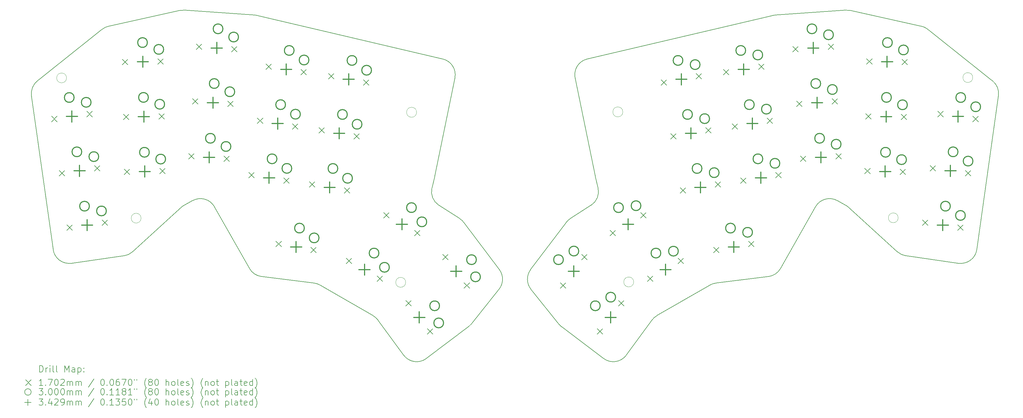
<source format=gbr>
%TF.GenerationSoftware,KiCad,Pcbnew,9.0.2*%
%TF.CreationDate,2025-07-07T14:03:04-04:00*%
%TF.ProjectId,routed_banana_split,726f7574-6564-45f6-9261-6e616e615f73,0.0.1*%
%TF.SameCoordinates,Original*%
%TF.FileFunction,Drillmap*%
%TF.FilePolarity,Positive*%
%FSLAX45Y45*%
G04 Gerber Fmt 4.5, Leading zero omitted, Abs format (unit mm)*
G04 Created by KiCad (PCBNEW 9.0.2) date 2025-07-07 14:03:04*
%MOMM*%
%LPD*%
G01*
G04 APERTURE LIST*
%ADD10C,0.150000*%
%ADD11C,0.050000*%
%ADD12C,0.200000*%
%ADD13C,0.170180*%
%ADD14C,0.300000*%
%ADD15C,0.342900*%
G04 APERTURE END LIST*
D10*
X9828295Y-15657790D02*
X8198712Y-15886813D01*
X9155902Y-8635276D02*
G75*
G02*
X9359866Y-8538199I311308J-391264D01*
G01*
X20089200Y-10144832D02*
X19464943Y-13188366D01*
X34077108Y-15657790D02*
X35706691Y-15886813D01*
X36271412Y-15461266D02*
X36941428Y-10693850D01*
X22448093Y-16694101D02*
G75*
G02*
X22439311Y-16080972I390537J312222D01*
G01*
X20240213Y-14505734D02*
G75*
G02*
X20369350Y-14625543I-270183J-420716D01*
G01*
X24444162Y-13204972D02*
G75*
G02*
X24440460Y-13188366I486068J117062D01*
G01*
X22448093Y-16694101D02*
X23308719Y-17770587D01*
X15725911Y-16502333D02*
G75*
G02*
X15914029Y-16565476I-61881J-496157D01*
G01*
X32261391Y-14122097D02*
X33810048Y-15532344D01*
X8198712Y-15886813D02*
G75*
G02*
X7633991Y-15461266I-69587J495134D01*
G01*
D11*
X18562584Y-16478000D02*
G75*
G02*
X18255416Y-16478000I-153584J0D01*
G01*
X18255416Y-16478000D02*
G75*
G02*
X18562584Y-16478000I153584J0D01*
G01*
D10*
X11957289Y-13947086D02*
X11644012Y-14122097D01*
X21457310Y-16694101D02*
X20596684Y-17770587D01*
X18500914Y-18734547D02*
X17707252Y-17649916D01*
X34545537Y-8538199D02*
G75*
G02*
X34749500Y-8635278I-107347J-488341D01*
G01*
X24527882Y-13552598D02*
G75*
G02*
X24311963Y-14090386I-486102J-117072D01*
G01*
X34545537Y-8538199D02*
X32341352Y-8053698D01*
X23398346Y-17857682D02*
G75*
G02*
X23308720Y-17770587I300904J399312D01*
G01*
D11*
X36144116Y-10133000D02*
G75*
G02*
X35839052Y-10133000I-152532J0D01*
G01*
X35839052Y-10133000D02*
G75*
G02*
X36144116Y-10133000I152532J0D01*
G01*
D10*
X19461241Y-13204972D02*
X19377522Y-13552598D01*
X24311961Y-14090383D02*
X23665190Y-14505734D01*
X23816203Y-10144832D02*
G75*
G02*
X24191663Y-9557617I489807J100462D01*
G01*
X23536053Y-14625543D02*
G75*
G02*
X23665190Y-14505734I399317J-300907D01*
G01*
X10095356Y-15532344D02*
G75*
G02*
X9828295Y-15657790I-336646J369684D01*
G01*
X11564051Y-8053698D02*
G75*
G02*
X11706272Y-8043258I107339J-488342D01*
G01*
X30184676Y-16049287D02*
X31269349Y-14136913D01*
X28179492Y-16502333D02*
X29811644Y-16298766D01*
X20507057Y-17857682D02*
X19205331Y-18838603D01*
D11*
X18901871Y-11208000D02*
G75*
G02*
X18592129Y-11208000I-154871J0D01*
G01*
X18592129Y-11208000D02*
G75*
G02*
X18901871Y-11208000I154871J0D01*
G01*
D10*
X13968054Y-8207892D02*
X19713740Y-9557619D01*
X32199131Y-8043257D02*
X30016814Y-8195860D01*
X9359866Y-8538199D02*
X11564051Y-8053698D01*
X29937349Y-8207892D02*
X24191663Y-9557619D01*
X23398346Y-17857682D02*
X24700072Y-18838603D01*
X29937349Y-8207892D02*
G75*
G02*
X30016814Y-8195860I114341J-486748D01*
G01*
D11*
X25295455Y-11197000D02*
G75*
G02*
X24985713Y-11197000I-154871J0D01*
G01*
X24985713Y-11197000D02*
G75*
G02*
X25295455Y-11197000I154871J0D01*
G01*
D10*
X27991374Y-16565476D02*
G75*
G02*
X28179492Y-16502335I249996J-433014D01*
G01*
X19593442Y-14090383D02*
X20240213Y-14505734D01*
X15725911Y-16502333D02*
X14093758Y-16298766D01*
X36757600Y-10232998D02*
X34749501Y-8635276D01*
X32199131Y-8043257D02*
G75*
G02*
X32341352Y-8053698I34879J-498783D01*
G01*
X11957289Y-13947086D02*
G75*
G02*
X12636054Y-14136914I243851J-436504D01*
G01*
X11644012Y-14122097D02*
X10095356Y-15532344D01*
X17553742Y-17512165D02*
G75*
G02*
X17707252Y-17649916I-250002J-433015D01*
G01*
X31269348Y-14136913D02*
G75*
G02*
X31948112Y-13947089I434912J-246677D01*
G01*
D11*
X33832403Y-14479000D02*
G75*
G02*
X33528765Y-14479000I-151819J0D01*
G01*
X33528765Y-14479000D02*
G75*
G02*
X33832403Y-14479000I151819J0D01*
G01*
D10*
X26351661Y-17512165D02*
X27991374Y-16565476D01*
D11*
X10358819Y-14490000D02*
G75*
G02*
X10055181Y-14490000I-151819J0D01*
G01*
X10055181Y-14490000D02*
G75*
G02*
X10358819Y-14490000I151819J0D01*
G01*
D10*
X7147803Y-10232998D02*
X9155902Y-8635276D01*
X26198151Y-17649916D02*
G75*
G02*
X26351661Y-17512166I403509J-295264D01*
G01*
X25404489Y-18734547D02*
X26198151Y-17649916D01*
X20369350Y-14625543D02*
X21466094Y-16080971D01*
X30184677Y-16049287D02*
G75*
G02*
X29811645Y-16298768I-434917J246677D01*
G01*
X19464943Y-13188366D02*
G75*
G02*
X19461241Y-13204972I-489773J100456D01*
G01*
X20596684Y-17770587D02*
G75*
G02*
X20507057Y-17857681I-390524J312217D01*
G01*
X19713740Y-9557619D02*
G75*
G02*
X20089204Y-10144833I-114340J-486751D01*
G01*
X11706272Y-8043257D02*
X13888589Y-8195860D01*
X24444162Y-13204972D02*
X24527882Y-13552598D01*
D11*
X25632168Y-16467000D02*
G75*
G02*
X25325000Y-16467000I-153584J0D01*
G01*
X25325000Y-16467000D02*
G75*
G02*
X25632168Y-16467000I153584J0D01*
G01*
D10*
X21466094Y-16080971D02*
G75*
G02*
X21457311Y-16694103I-399314J-300909D01*
G01*
X36757600Y-10232998D02*
G75*
G02*
X36941423Y-10693850I-311310J-391262D01*
G01*
X17553742Y-17512165D02*
X15914029Y-16565476D01*
X25404489Y-18734547D02*
G75*
G02*
X24700072Y-18838603I-403509J295257D01*
G01*
X19205331Y-18838603D02*
G75*
G02*
X18500910Y-18734550I-300911J399313D01*
G01*
X6963975Y-10693850D02*
G75*
G02*
X7147803Y-10232999I495134J69586D01*
G01*
X14093758Y-16298766D02*
G75*
G02*
X13720726Y-16049288I61882J496156D01*
G01*
X13888589Y-8195860D02*
G75*
G02*
X13968054Y-8207892I-34879J-498780D01*
G01*
X23536053Y-14625543D02*
X22439309Y-16080971D01*
D11*
X8048532Y-10144000D02*
G75*
G02*
X7743468Y-10144000I-152532J0D01*
G01*
X7743468Y-10144000D02*
G75*
G02*
X8048532Y-10144000I152532J0D01*
G01*
D10*
X23816203Y-10144832D02*
X24440460Y-13188366D01*
X7633991Y-15461266D02*
X6963975Y-10693850D01*
X13720726Y-16049287D02*
X12636054Y-14136913D01*
X19593442Y-14090383D02*
G75*
G02*
X19377524Y-13552598I270178J420713D01*
G01*
X31948114Y-13947086D02*
X32261391Y-14122097D01*
X36271412Y-15461266D02*
G75*
G02*
X35706691Y-15886811I-495132J69586D01*
G01*
X34077108Y-15657790D02*
G75*
G02*
X33810047Y-15532345I69582J495130D01*
G01*
D12*
D13*
X7586370Y-11331600D02*
X7756550Y-11501780D01*
X7756550Y-11331600D02*
X7586370Y-11501780D01*
X7822964Y-13015055D02*
X7993144Y-13185235D01*
X7993144Y-13015055D02*
X7822964Y-13185235D01*
X8059558Y-14698511D02*
X8229738Y-14868691D01*
X8229738Y-14698511D02*
X8059558Y-14868691D01*
X8675665Y-11178509D02*
X8845845Y-11348689D01*
X8845845Y-11178509D02*
X8675665Y-11348689D01*
X8912259Y-12861965D02*
X9082439Y-13032145D01*
X9082439Y-12861965D02*
X8912259Y-13032145D01*
X9148853Y-14545421D02*
X9319033Y-14715601D01*
X9319033Y-14545421D02*
X9148853Y-14715601D01*
X9780645Y-9567361D02*
X9950825Y-9737541D01*
X9950825Y-9567361D02*
X9780645Y-9737541D01*
X9810314Y-11267102D02*
X9980494Y-11437282D01*
X9980494Y-11267102D02*
X9810314Y-11437282D01*
X9839983Y-12966843D02*
X10010163Y-13137023D01*
X10010163Y-12966843D02*
X9839983Y-13137023D01*
X10880478Y-9548163D02*
X11050658Y-9718343D01*
X11050658Y-9548163D02*
X10880478Y-9718343D01*
X10910147Y-11247904D02*
X11080327Y-11418084D01*
X11080327Y-11247904D02*
X10910147Y-11418084D01*
X10939816Y-12947646D02*
X11109996Y-13117826D01*
X11109996Y-12947646D02*
X10939816Y-13117826D01*
X11833954Y-12484034D02*
X12004134Y-12654214D01*
X12004134Y-12484034D02*
X11833954Y-12654214D01*
X11952540Y-10788176D02*
X12122720Y-10958356D01*
X12122720Y-10788176D02*
X11952540Y-10958356D01*
X12071126Y-9092317D02*
X12241306Y-9262497D01*
X12241306Y-9092317D02*
X12071126Y-9262497D01*
X12931274Y-12560767D02*
X13101454Y-12730947D01*
X13101454Y-12560767D02*
X12931274Y-12730947D01*
X13049860Y-10864908D02*
X13220040Y-11035088D01*
X13220040Y-10864908D02*
X13049860Y-11035088D01*
X13168446Y-9169049D02*
X13338626Y-9339229D01*
X13338626Y-9169049D02*
X13168446Y-9339229D01*
X13699879Y-13067681D02*
X13870059Y-13237861D01*
X13870059Y-13067681D02*
X13699879Y-13237861D01*
X13965817Y-11388611D02*
X14135997Y-11558791D01*
X14135997Y-11388611D02*
X13965817Y-11558791D01*
X14231756Y-9709541D02*
X14401936Y-9879721D01*
X14401936Y-9709541D02*
X14231756Y-9879721D01*
X14541409Y-15203501D02*
X14711589Y-15373681D01*
X14711589Y-15203501D02*
X14541409Y-15373681D01*
X14786336Y-13239759D02*
X14956516Y-13409939D01*
X14956516Y-13239759D02*
X14786336Y-13409939D01*
X15052275Y-11560689D02*
X15222455Y-11730869D01*
X15222455Y-11560689D02*
X15052275Y-11730869D01*
X15318213Y-9881619D02*
X15488393Y-10051799D01*
X15488393Y-9881619D02*
X15318213Y-10051799D01*
X15578071Y-13355439D02*
X15748251Y-13525619D01*
X15748251Y-13355439D02*
X15578071Y-13525619D01*
X15624698Y-15394514D02*
X15794878Y-15564694D01*
X15794878Y-15394514D02*
X15624698Y-15564694D01*
X15873273Y-11681266D02*
X16043453Y-11851446D01*
X16043453Y-11681266D02*
X15873273Y-11851446D01*
X16168475Y-10007093D02*
X16338655Y-10177273D01*
X16338655Y-10007093D02*
X16168475Y-10177273D01*
X16661360Y-13546452D02*
X16831540Y-13716632D01*
X16831540Y-13546452D02*
X16661360Y-13716632D01*
X16724284Y-15727144D02*
X16894464Y-15897324D01*
X16894464Y-15727144D02*
X16724284Y-15897324D01*
X16956562Y-11872279D02*
X17126742Y-12042459D01*
X17126742Y-11872279D02*
X16956562Y-12042459D01*
X17251763Y-10198106D02*
X17421943Y-10368286D01*
X17421943Y-10198106D02*
X17251763Y-10368286D01*
X17676912Y-16277144D02*
X17847092Y-16447324D01*
X17847092Y-16277144D02*
X17676912Y-16447324D01*
X17884092Y-14318298D02*
X18054272Y-14488478D01*
X18054272Y-14318298D02*
X17884092Y-14488478D01*
X18570681Y-17039006D02*
X18740861Y-17209186D01*
X18740861Y-17039006D02*
X18570681Y-17209186D01*
X18836720Y-14868298D02*
X19006900Y-15038478D01*
X19006900Y-14868298D02*
X18836720Y-15038478D01*
X19232678Y-17917505D02*
X19402858Y-18087685D01*
X19402858Y-17917505D02*
X19232678Y-18087685D01*
X19713002Y-15610172D02*
X19883182Y-15780352D01*
X19883182Y-15610172D02*
X19713002Y-15780352D01*
X20374998Y-16488671D02*
X20545178Y-16658851D01*
X20545178Y-16488671D02*
X20374998Y-16658851D01*
X23360225Y-16488671D02*
X23530405Y-16658851D01*
X23530405Y-16488671D02*
X23360225Y-16658851D01*
X24022221Y-15610172D02*
X24192401Y-15780352D01*
X24192401Y-15610172D02*
X24022221Y-15780352D01*
X24502545Y-17917505D02*
X24672725Y-18087685D01*
X24672725Y-17917505D02*
X24502545Y-18087685D01*
X24898503Y-14868298D02*
X25068683Y-15038478D01*
X25068683Y-14868298D02*
X24898503Y-15038478D01*
X25164542Y-17039006D02*
X25334722Y-17209186D01*
X25334722Y-17039006D02*
X25164542Y-17209186D01*
X25851131Y-14318298D02*
X26021311Y-14488478D01*
X26021311Y-14318298D02*
X25851131Y-14488478D01*
X26058311Y-16277144D02*
X26228491Y-16447324D01*
X26228491Y-16277144D02*
X26058311Y-16447324D01*
X26483460Y-10198106D02*
X26653640Y-10368286D01*
X26653640Y-10198106D02*
X26483460Y-10368286D01*
X26778661Y-11872279D02*
X26948841Y-12042459D01*
X26948841Y-11872279D02*
X26778661Y-12042459D01*
X27010939Y-15727144D02*
X27181119Y-15897324D01*
X27181119Y-15727144D02*
X27010939Y-15897324D01*
X27073863Y-13546452D02*
X27244043Y-13716632D01*
X27244043Y-13546452D02*
X27073863Y-13716632D01*
X27566748Y-10007093D02*
X27736928Y-10177273D01*
X27736928Y-10007093D02*
X27566748Y-10177273D01*
X27861950Y-11681266D02*
X28032130Y-11851446D01*
X28032130Y-11681266D02*
X27861950Y-11851446D01*
X28110525Y-15394514D02*
X28280705Y-15564694D01*
X28280705Y-15394514D02*
X28110525Y-15564694D01*
X28157152Y-13355439D02*
X28327332Y-13525619D01*
X28327332Y-13355439D02*
X28157152Y-13525619D01*
X28417010Y-9881619D02*
X28587190Y-10051799D01*
X28587190Y-9881619D02*
X28417010Y-10051799D01*
X28682948Y-11560689D02*
X28853128Y-11730869D01*
X28853128Y-11560689D02*
X28682948Y-11730869D01*
X28948887Y-13239759D02*
X29119067Y-13409939D01*
X29119067Y-13239759D02*
X28948887Y-13409939D01*
X29193814Y-15203501D02*
X29363994Y-15373681D01*
X29363994Y-15203501D02*
X29193814Y-15373681D01*
X29503467Y-9709541D02*
X29673647Y-9879721D01*
X29673647Y-9709541D02*
X29503467Y-9879721D01*
X29769406Y-11388611D02*
X29939586Y-11558791D01*
X29939586Y-11388611D02*
X29769406Y-11558791D01*
X30035344Y-13067681D02*
X30205524Y-13237861D01*
X30205524Y-13067681D02*
X30035344Y-13237861D01*
X30566777Y-9169049D02*
X30736957Y-9339229D01*
X30736957Y-9169049D02*
X30566777Y-9339229D01*
X30685363Y-10864908D02*
X30855543Y-11035088D01*
X30855543Y-10864908D02*
X30685363Y-11035088D01*
X30803949Y-12560767D02*
X30974129Y-12730947D01*
X30974129Y-12560767D02*
X30803949Y-12730947D01*
X31664097Y-9092317D02*
X31834277Y-9262497D01*
X31834277Y-9092317D02*
X31664097Y-9262497D01*
X31782683Y-10788176D02*
X31952863Y-10958356D01*
X31952863Y-10788176D02*
X31782683Y-10958356D01*
X31901269Y-12484034D02*
X32071449Y-12654214D01*
X32071449Y-12484034D02*
X31901269Y-12654214D01*
X32795407Y-12947646D02*
X32965587Y-13117826D01*
X32965587Y-12947646D02*
X32795407Y-13117826D01*
X32825076Y-11247904D02*
X32995256Y-11418084D01*
X32995256Y-11247904D02*
X32825076Y-11418084D01*
X32854745Y-9548163D02*
X33024925Y-9718343D01*
X33024925Y-9548163D02*
X32854745Y-9718343D01*
X33895240Y-12966843D02*
X34065420Y-13137023D01*
X34065420Y-12966843D02*
X33895240Y-13137023D01*
X33924909Y-11267102D02*
X34095089Y-11437282D01*
X34095089Y-11267102D02*
X33924909Y-11437282D01*
X33954578Y-9567361D02*
X34124758Y-9737541D01*
X34124758Y-9567361D02*
X33954578Y-9737541D01*
X34586370Y-14545421D02*
X34756550Y-14715601D01*
X34756550Y-14545421D02*
X34586370Y-14715601D01*
X34822964Y-12861965D02*
X34993144Y-13032145D01*
X34993144Y-12861965D02*
X34822964Y-13032145D01*
X35059558Y-11178509D02*
X35229738Y-11348689D01*
X35229738Y-11178509D02*
X35059558Y-11348689D01*
X35675665Y-14698511D02*
X35845845Y-14868691D01*
X35845845Y-14698511D02*
X35675665Y-14868691D01*
X35912259Y-13015055D02*
X36082439Y-13185235D01*
X36082439Y-13015055D02*
X35912259Y-13185235D01*
X36148853Y-11331600D02*
X36319033Y-11501780D01*
X36319033Y-11331600D02*
X36148853Y-11501780D01*
D14*
X8283299Y-10750935D02*
G75*
G02*
X7983299Y-10750935I-150000J0D01*
G01*
X7983299Y-10750935D02*
G75*
G02*
X8283299Y-10750935I150000J0D01*
G01*
X8519894Y-12434391D02*
G75*
G02*
X8219893Y-12434391I-150000J0D01*
G01*
X8219893Y-12434391D02*
G75*
G02*
X8519894Y-12434391I150000J0D01*
G01*
X8756488Y-14117846D02*
G75*
G02*
X8456488Y-14117846I-150000J0D01*
G01*
X8456488Y-14117846D02*
G75*
G02*
X8756488Y-14117846I150000J0D01*
G01*
X8809051Y-10899207D02*
G75*
G02*
X8509051Y-10899207I-150000J0D01*
G01*
X8509051Y-10899207D02*
G75*
G02*
X8809051Y-10899207I150000J0D01*
G01*
X9045646Y-12582663D02*
G75*
G02*
X8745646Y-12582663I-150000J0D01*
G01*
X8745646Y-12582663D02*
G75*
G02*
X9045646Y-12582663I150000J0D01*
G01*
X9282240Y-14266119D02*
G75*
G02*
X8982240Y-14266119I-150000J0D01*
G01*
X8982240Y-14266119D02*
G75*
G02*
X9282240Y-14266119I150000J0D01*
G01*
X10555267Y-9047943D02*
G75*
G02*
X10255267Y-9047943I-150000J0D01*
G01*
X10255267Y-9047943D02*
G75*
G02*
X10555267Y-9047943I150000J0D01*
G01*
X10584936Y-10747684D02*
G75*
G02*
X10284936Y-10747684I-150000J0D01*
G01*
X10284936Y-10747684D02*
G75*
G02*
X10584936Y-10747684I150000J0D01*
G01*
X10614605Y-12447425D02*
G75*
G02*
X10314605Y-12447425I-150000J0D01*
G01*
X10314605Y-12447425D02*
G75*
G02*
X10614605Y-12447425I150000J0D01*
G01*
X11059031Y-9259183D02*
G75*
G02*
X10759031Y-9259183I-150000J0D01*
G01*
X10759031Y-9259183D02*
G75*
G02*
X11059031Y-9259183I150000J0D01*
G01*
X11088700Y-10958924D02*
G75*
G02*
X10788700Y-10958924I-150000J0D01*
G01*
X10788700Y-10958924D02*
G75*
G02*
X11088700Y-10958924I150000J0D01*
G01*
X11118369Y-12658665D02*
G75*
G02*
X10818369Y-12658665I-150000J0D01*
G01*
X10818369Y-12658665D02*
G75*
G02*
X11118369Y-12658665I150000J0D01*
G01*
X12659209Y-12013940D02*
G75*
G02*
X12359209Y-12013940I-150000J0D01*
G01*
X12359209Y-12013940D02*
G75*
G02*
X12659209Y-12013940I150000J0D01*
G01*
X12777795Y-10318081D02*
G75*
G02*
X12477795Y-10318081I-150000J0D01*
G01*
X12477795Y-10318081D02*
G75*
G02*
X12777795Y-10318081I150000J0D01*
G01*
X12896381Y-8622222D02*
G75*
G02*
X12596381Y-8622222I-150000J0D01*
G01*
X12596381Y-8622222D02*
G75*
G02*
X12896381Y-8622222I150000J0D01*
G01*
X13142645Y-12268282D02*
G75*
G02*
X12842645Y-12268282I-150000J0D01*
G01*
X12842645Y-12268282D02*
G75*
G02*
X13142645Y-12268282I150000J0D01*
G01*
X13261231Y-10572423D02*
G75*
G02*
X12961231Y-10572423I-150000J0D01*
G01*
X12961231Y-10572423D02*
G75*
G02*
X13261231Y-10572423I150000J0D01*
G01*
X13379817Y-8876564D02*
G75*
G02*
X13079817Y-8876564I-150000J0D01*
G01*
X13079817Y-8876564D02*
G75*
G02*
X13379817Y-8876564I150000J0D01*
G01*
X14571276Y-12651135D02*
G75*
G02*
X14271276Y-12651135I-150000J0D01*
G01*
X14271276Y-12651135D02*
G75*
G02*
X14571276Y-12651135I150000J0D01*
G01*
X14837215Y-10972065D02*
G75*
G02*
X14537215Y-10972065I-150000J0D01*
G01*
X14537215Y-10972065D02*
G75*
G02*
X14837215Y-10972065I150000J0D01*
G01*
X15030705Y-12946644D02*
G75*
G02*
X14730705Y-12946644I-150000J0D01*
G01*
X14730705Y-12946644D02*
G75*
G02*
X15030705Y-12946644I150000J0D01*
G01*
X15103153Y-9292995D02*
G75*
G02*
X14803153Y-9292995I-150000J0D01*
G01*
X14803153Y-9292995D02*
G75*
G02*
X15103153Y-9292995I150000J0D01*
G01*
X15296643Y-11267574D02*
G75*
G02*
X14996643Y-11267574I-150000J0D01*
G01*
X14996643Y-11267574D02*
G75*
G02*
X15296643Y-11267574I150000J0D01*
G01*
X15421464Y-14798136D02*
G75*
G02*
X15121464Y-14798136I-150000J0D01*
G01*
X15121464Y-14798136D02*
G75*
G02*
X15421464Y-14798136I150000J0D01*
G01*
X15562582Y-9588504D02*
G75*
G02*
X15262582Y-9588504I-150000J0D01*
G01*
X15262582Y-9588504D02*
G75*
G02*
X15562582Y-9588504I150000J0D01*
G01*
X15875665Y-15101618D02*
G75*
G02*
X15575665Y-15101618I-150000J0D01*
G01*
X15575665Y-15101618D02*
G75*
G02*
X15875665Y-15101618I150000J0D01*
G01*
X16458126Y-12950075D02*
G75*
G02*
X16158126Y-12950075I-150000J0D01*
G01*
X16158126Y-12950075D02*
G75*
G02*
X16458126Y-12950075I150000J0D01*
G01*
X16753328Y-11275901D02*
G75*
G02*
X16453328Y-11275901I-150000J0D01*
G01*
X16453328Y-11275901D02*
G75*
G02*
X16753328Y-11275901I150000J0D01*
G01*
X16912327Y-13253556D02*
G75*
G02*
X16612327Y-13253556I-150000J0D01*
G01*
X16612327Y-13253556D02*
G75*
G02*
X16912327Y-13253556I150000J0D01*
G01*
X17048530Y-9601728D02*
G75*
G02*
X16748530Y-9601728I-150000J0D01*
G01*
X16748530Y-9601728D02*
G75*
G02*
X17048530Y-9601728I150000J0D01*
G01*
X17207529Y-11579383D02*
G75*
G02*
X16907529Y-11579383I-150000J0D01*
G01*
X16907529Y-11579383D02*
G75*
G02*
X17207529Y-11579383I150000J0D01*
G01*
X17502731Y-9905210D02*
G75*
G02*
X17202731Y-9905210I-150000J0D01*
G01*
X17202731Y-9905210D02*
G75*
G02*
X17502731Y-9905210I150000J0D01*
G01*
X17733188Y-15571949D02*
G75*
G02*
X17433188Y-15571949I-150000J0D01*
G01*
X17433188Y-15571949D02*
G75*
G02*
X17733188Y-15571949I150000J0D01*
G01*
X18056201Y-16012474D02*
G75*
G02*
X17756201Y-16012474I-150000J0D01*
G01*
X17756201Y-16012474D02*
G75*
G02*
X18056201Y-16012474I150000J0D01*
G01*
X18892996Y-14163103D02*
G75*
G02*
X18592996Y-14163103I-150000J0D01*
G01*
X18592996Y-14163103D02*
G75*
G02*
X18892996Y-14163103I150000J0D01*
G01*
X19216009Y-14603628D02*
G75*
G02*
X18916009Y-14603628I-150000J0D01*
G01*
X18916009Y-14603628D02*
G75*
G02*
X19216009Y-14603628I150000J0D01*
G01*
X19611958Y-17205265D02*
G75*
G02*
X19311958Y-17205265I-150000J0D01*
G01*
X19311958Y-17205265D02*
G75*
G02*
X19611958Y-17205265I150000J0D01*
G01*
X19737165Y-17736982D02*
G75*
G02*
X19437165Y-17736982I-150000J0D01*
G01*
X19437165Y-17736982D02*
G75*
G02*
X19737165Y-17736982I150000J0D01*
G01*
X20754278Y-15776431D02*
G75*
G02*
X20454278Y-15776431I-150000J0D01*
G01*
X20454278Y-15776431D02*
G75*
G02*
X20754278Y-15776431I150000J0D01*
G01*
X20879486Y-16308148D02*
G75*
G02*
X20579486Y-16308148I-150000J0D01*
G01*
X20579486Y-16308148D02*
G75*
G02*
X20879486Y-16308148I150000J0D01*
G01*
X23451125Y-15776431D02*
G75*
G02*
X23151125Y-15776431I-150000J0D01*
G01*
X23151125Y-15776431D02*
G75*
G02*
X23451125Y-15776431I150000J0D01*
G01*
X23927732Y-15509513D02*
G75*
G02*
X23627732Y-15509513I-150000J0D01*
G01*
X23627732Y-15509513D02*
G75*
G02*
X23927732Y-15509513I150000J0D01*
G01*
X24593445Y-17205265D02*
G75*
G02*
X24293445Y-17205265I-150000J0D01*
G01*
X24293445Y-17205265D02*
G75*
G02*
X24593445Y-17205265I150000J0D01*
G01*
X25070053Y-16938347D02*
G75*
G02*
X24770053Y-16938347I-150000J0D01*
G01*
X24770053Y-16938347D02*
G75*
G02*
X25070053Y-16938347I150000J0D01*
G01*
X25312407Y-14163103D02*
G75*
G02*
X25012407Y-14163103I-150000J0D01*
G01*
X25012407Y-14163103D02*
G75*
G02*
X25312407Y-14163103I150000J0D01*
G01*
X25855420Y-14103628D02*
G75*
G02*
X25555420Y-14103628I-150000J0D01*
G01*
X25555420Y-14103628D02*
G75*
G02*
X25855420Y-14103628I150000J0D01*
G01*
X26472215Y-15571949D02*
G75*
G02*
X26172215Y-15571949I-150000J0D01*
G01*
X26172215Y-15571949D02*
G75*
G02*
X26472215Y-15571949I150000J0D01*
G01*
X27015227Y-15512474D02*
G75*
G02*
X26715227Y-15512474I-150000J0D01*
G01*
X26715227Y-15512474D02*
G75*
G02*
X27015227Y-15512474I150000J0D01*
G01*
X27156873Y-9601728D02*
G75*
G02*
X26856873Y-9601728I-150000J0D01*
G01*
X26856873Y-9601728D02*
G75*
G02*
X27156873Y-9601728I150000J0D01*
G01*
X27452075Y-11275901D02*
G75*
G02*
X27152075Y-11275901I-150000J0D01*
G01*
X27152075Y-11275901D02*
G75*
G02*
X27452075Y-11275901I150000J0D01*
G01*
X27687480Y-9731562D02*
G75*
G02*
X27387480Y-9731562I-150000J0D01*
G01*
X27387480Y-9731562D02*
G75*
G02*
X27687480Y-9731562I150000J0D01*
G01*
X27747277Y-12950075D02*
G75*
G02*
X27447277Y-12950075I-150000J0D01*
G01*
X27447277Y-12950075D02*
G75*
G02*
X27747277Y-12950075I150000J0D01*
G01*
X27982682Y-11405735D02*
G75*
G02*
X27682682Y-11405735I-150000J0D01*
G01*
X27682682Y-11405735D02*
G75*
G02*
X27982682Y-11405735I150000J0D01*
G01*
X28277883Y-13079908D02*
G75*
G02*
X27977883Y-13079908I-150000J0D01*
G01*
X27977883Y-13079908D02*
G75*
G02*
X28277883Y-13079908I150000J0D01*
G01*
X28783939Y-14798136D02*
G75*
G02*
X28483939Y-14798136I-150000J0D01*
G01*
X28483939Y-14798136D02*
G75*
G02*
X28783939Y-14798136I150000J0D01*
G01*
X29102250Y-9292995D02*
G75*
G02*
X28802250Y-9292995I-150000J0D01*
G01*
X28802250Y-9292995D02*
G75*
G02*
X29102250Y-9292995I150000J0D01*
G01*
X29314545Y-14927970D02*
G75*
G02*
X29014545Y-14927970I-150000J0D01*
G01*
X29014545Y-14927970D02*
G75*
G02*
X29314545Y-14927970I150000J0D01*
G01*
X29368188Y-10972065D02*
G75*
G02*
X29068188Y-10972065I-150000J0D01*
G01*
X29068188Y-10972065D02*
G75*
G02*
X29368188Y-10972065I150000J0D01*
G01*
X29630510Y-9432069D02*
G75*
G02*
X29330510Y-9432069I-150000J0D01*
G01*
X29330510Y-9432069D02*
G75*
G02*
X29630510Y-9432069I150000J0D01*
G01*
X29634127Y-12651135D02*
G75*
G02*
X29334127Y-12651135I-150000J0D01*
G01*
X29334127Y-12651135D02*
G75*
G02*
X29634127Y-12651135I150000J0D01*
G01*
X29896448Y-11111139D02*
G75*
G02*
X29596448Y-11111139I-150000J0D01*
G01*
X29596448Y-11111139D02*
G75*
G02*
X29896448Y-11111139I150000J0D01*
G01*
X30162387Y-12790209D02*
G75*
G02*
X29862387Y-12790209I-150000J0D01*
G01*
X29862387Y-12790209D02*
G75*
G02*
X30162387Y-12790209I150000J0D01*
G01*
X31309022Y-8622222D02*
G75*
G02*
X31009022Y-8622222I-150000J0D01*
G01*
X31009022Y-8622222D02*
G75*
G02*
X31309022Y-8622222I150000J0D01*
G01*
X31427608Y-10318081D02*
G75*
G02*
X31127608Y-10318081I-150000J0D01*
G01*
X31127608Y-10318081D02*
G75*
G02*
X31427608Y-10318081I150000J0D01*
G01*
X31546194Y-12013940D02*
G75*
G02*
X31246194Y-12013940I-150000J0D01*
G01*
X31246194Y-12013940D02*
G75*
G02*
X31546194Y-12013940I150000J0D01*
G01*
X31823150Y-8806808D02*
G75*
G02*
X31523150Y-8806808I-150000J0D01*
G01*
X31523150Y-8806808D02*
G75*
G02*
X31823150Y-8806808I150000J0D01*
G01*
X31941736Y-10502667D02*
G75*
G02*
X31641736Y-10502667I-150000J0D01*
G01*
X31641736Y-10502667D02*
G75*
G02*
X31941736Y-10502667I150000J0D01*
G01*
X32060322Y-12198526D02*
G75*
G02*
X31760322Y-12198526I-150000J0D01*
G01*
X31760322Y-12198526D02*
G75*
G02*
X32060322Y-12198526I150000J0D01*
G01*
X33590798Y-12447425D02*
G75*
G02*
X33290798Y-12447425I-150000J0D01*
G01*
X33290798Y-12447425D02*
G75*
G02*
X33590798Y-12447425I150000J0D01*
G01*
X33620467Y-10747684D02*
G75*
G02*
X33320467Y-10747684I-150000J0D01*
G01*
X33320467Y-10747684D02*
G75*
G02*
X33620467Y-10747684I150000J0D01*
G01*
X33650136Y-9047943D02*
G75*
G02*
X33350136Y-9047943I-150000J0D01*
G01*
X33350136Y-9047943D02*
G75*
G02*
X33650136Y-9047943I150000J0D01*
G01*
X34086882Y-12676118D02*
G75*
G02*
X33786882Y-12676118I-150000J0D01*
G01*
X33786882Y-12676118D02*
G75*
G02*
X34086882Y-12676118I150000J0D01*
G01*
X34116551Y-10976377D02*
G75*
G02*
X33816551Y-10976377I-150000J0D01*
G01*
X33816551Y-10976377D02*
G75*
G02*
X34116551Y-10976377I150000J0D01*
G01*
X34146220Y-9276636D02*
G75*
G02*
X33846220Y-9276636I-150000J0D01*
G01*
X33846220Y-9276636D02*
G75*
G02*
X34146220Y-9276636I150000J0D01*
G01*
X35448915Y-14117846D02*
G75*
G02*
X35148915Y-14117846I-150000J0D01*
G01*
X35148915Y-14117846D02*
G75*
G02*
X35448915Y-14117846I150000J0D01*
G01*
X35685510Y-12434391D02*
G75*
G02*
X35385510Y-12434391I-150000J0D01*
G01*
X35385510Y-12434391D02*
G75*
G02*
X35685510Y-12434391I150000J0D01*
G01*
X35913431Y-14405292D02*
G75*
G02*
X35613431Y-14405292I-150000J0D01*
G01*
X35613431Y-14405292D02*
G75*
G02*
X35913431Y-14405292I150000J0D01*
G01*
X35922104Y-10750935D02*
G75*
G02*
X35622104Y-10750935I-150000J0D01*
G01*
X35622104Y-10750935D02*
G75*
G02*
X35922104Y-10750935I150000J0D01*
G01*
X36150025Y-12721836D02*
G75*
G02*
X35850025Y-12721836I-150000J0D01*
G01*
X35850025Y-12721836D02*
G75*
G02*
X36150025Y-12721836I150000J0D01*
G01*
X36386620Y-11038381D02*
G75*
G02*
X36086620Y-11038381I-150000J0D01*
G01*
X36086620Y-11038381D02*
G75*
G02*
X36386620Y-11038381I150000J0D01*
G01*
D15*
X8216107Y-11168695D02*
X8216107Y-11511594D01*
X8044657Y-11340144D02*
X8387557Y-11340144D01*
X8452702Y-12852150D02*
X8452702Y-13195050D01*
X8281251Y-13023600D02*
X8624152Y-13023600D01*
X8689296Y-14535606D02*
X8689296Y-14878506D01*
X8517846Y-14707056D02*
X8860746Y-14707056D01*
X10415651Y-9471402D02*
X10415651Y-9814302D01*
X10244201Y-9642852D02*
X10587101Y-9642852D01*
X10445321Y-11171143D02*
X10445321Y-11514043D01*
X10273871Y-11342593D02*
X10616771Y-11342593D01*
X10474990Y-12870884D02*
X10474990Y-13213784D01*
X10303540Y-13042334D02*
X10646440Y-13042334D01*
X12467704Y-12436040D02*
X12467704Y-12778940D01*
X12296254Y-12607490D02*
X12639154Y-12607490D01*
X12586290Y-10740182D02*
X12586290Y-11083082D01*
X12414840Y-10911632D02*
X12757740Y-10911632D01*
X12704876Y-9044323D02*
X12704876Y-9387223D01*
X12533426Y-9215773D02*
X12876326Y-9215773D01*
X14328197Y-13067360D02*
X14328197Y-13410260D01*
X14156747Y-13238810D02*
X14499647Y-13238810D01*
X14594136Y-11388290D02*
X14594136Y-11731190D01*
X14422686Y-11559740D02*
X14765586Y-11559740D01*
X14860075Y-9709220D02*
X14860075Y-10052120D01*
X14688625Y-9880670D02*
X15031525Y-9880670D01*
X15168143Y-15212647D02*
X15168143Y-15555547D01*
X14996693Y-15384097D02*
X15339593Y-15384097D01*
X16204805Y-13364585D02*
X16204805Y-13707485D01*
X16033355Y-13536035D02*
X16376255Y-13536035D01*
X16500007Y-11690412D02*
X16500007Y-12033312D01*
X16328557Y-11861862D02*
X16671457Y-11861862D01*
X16795209Y-10016239D02*
X16795209Y-10359139D01*
X16623759Y-10187689D02*
X16966659Y-10187689D01*
X17285688Y-15915784D02*
X17285688Y-16258684D01*
X17114238Y-16087234D02*
X17457138Y-16087234D01*
X18445496Y-14506938D02*
X18445496Y-14849838D01*
X18274046Y-14678388D02*
X18616946Y-14678388D01*
X18986769Y-17391895D02*
X18986769Y-17734795D01*
X18815319Y-17563345D02*
X19158219Y-17563345D01*
X20129090Y-15963061D02*
X20129090Y-16305961D01*
X19957640Y-16134511D02*
X20300540Y-16134511D01*
X23776313Y-15963061D02*
X23776313Y-16305961D01*
X23604863Y-16134511D02*
X23947763Y-16134511D01*
X24918634Y-17391895D02*
X24918634Y-17734795D01*
X24747184Y-17563345D02*
X25090084Y-17563345D01*
X25459907Y-14506938D02*
X25459907Y-14849838D01*
X25288457Y-14678388D02*
X25631357Y-14678388D01*
X26619715Y-15915784D02*
X26619715Y-16258684D01*
X26448265Y-16087234D02*
X26791165Y-16087234D01*
X27110194Y-10016239D02*
X27110194Y-10359139D01*
X26938744Y-10187689D02*
X27281644Y-10187689D01*
X27405396Y-11690412D02*
X27405396Y-12033312D01*
X27233946Y-11861862D02*
X27576846Y-11861862D01*
X27700598Y-13364585D02*
X27700598Y-13707485D01*
X27529148Y-13536035D02*
X27872048Y-13536035D01*
X28737259Y-15212647D02*
X28737259Y-15555547D01*
X28565809Y-15384097D02*
X28908709Y-15384097D01*
X29045328Y-9709220D02*
X29045328Y-10052120D01*
X28873878Y-9880670D02*
X29216778Y-9880670D01*
X29311267Y-11388290D02*
X29311267Y-11731190D01*
X29139817Y-11559740D02*
X29482717Y-11559740D01*
X29577206Y-13067360D02*
X29577206Y-13410260D01*
X29405756Y-13238810D02*
X29748656Y-13238810D01*
X31200527Y-9044323D02*
X31200527Y-9387223D01*
X31029077Y-9215773D02*
X31371977Y-9215773D01*
X31319113Y-10740182D02*
X31319113Y-11083082D01*
X31147663Y-10911632D02*
X31490563Y-10911632D01*
X31437699Y-12436040D02*
X31437699Y-12778940D01*
X31266249Y-12607490D02*
X31609149Y-12607490D01*
X33430413Y-12870884D02*
X33430413Y-13213784D01*
X33258963Y-13042334D02*
X33601864Y-13042334D01*
X33460082Y-11171143D02*
X33460082Y-11514043D01*
X33288632Y-11342593D02*
X33631533Y-11342593D01*
X33489752Y-9471402D02*
X33489752Y-9814302D01*
X33318302Y-9642852D02*
X33661202Y-9642852D01*
X35216107Y-14535606D02*
X35216107Y-14878506D01*
X35044657Y-14707056D02*
X35387557Y-14707056D01*
X35452702Y-12852150D02*
X35452702Y-13195050D01*
X35281252Y-13023600D02*
X35624152Y-13023600D01*
X35689296Y-11168695D02*
X35689296Y-11511594D01*
X35517846Y-11340144D02*
X35860746Y-11340144D01*
D12*
X7212386Y-19258272D02*
X7212386Y-19058272D01*
X7212386Y-19058272D02*
X7260005Y-19058272D01*
X7260005Y-19058272D02*
X7288576Y-19067796D01*
X7288576Y-19067796D02*
X7307624Y-19086844D01*
X7307624Y-19086844D02*
X7317148Y-19105891D01*
X7317148Y-19105891D02*
X7326671Y-19143986D01*
X7326671Y-19143986D02*
X7326671Y-19172558D01*
X7326671Y-19172558D02*
X7317148Y-19210653D01*
X7317148Y-19210653D02*
X7307624Y-19229701D01*
X7307624Y-19229701D02*
X7288576Y-19248748D01*
X7288576Y-19248748D02*
X7260005Y-19258272D01*
X7260005Y-19258272D02*
X7212386Y-19258272D01*
X7412386Y-19258272D02*
X7412386Y-19124939D01*
X7412386Y-19163034D02*
X7421909Y-19143986D01*
X7421909Y-19143986D02*
X7431433Y-19134463D01*
X7431433Y-19134463D02*
X7450481Y-19124939D01*
X7450481Y-19124939D02*
X7469529Y-19124939D01*
X7536195Y-19258272D02*
X7536195Y-19124939D01*
X7536195Y-19058272D02*
X7526671Y-19067796D01*
X7526671Y-19067796D02*
X7536195Y-19077320D01*
X7536195Y-19077320D02*
X7545719Y-19067796D01*
X7545719Y-19067796D02*
X7536195Y-19058272D01*
X7536195Y-19058272D02*
X7536195Y-19077320D01*
X7660005Y-19258272D02*
X7640957Y-19248748D01*
X7640957Y-19248748D02*
X7631433Y-19229701D01*
X7631433Y-19229701D02*
X7631433Y-19058272D01*
X7764767Y-19258272D02*
X7745719Y-19248748D01*
X7745719Y-19248748D02*
X7736195Y-19229701D01*
X7736195Y-19229701D02*
X7736195Y-19058272D01*
X7993338Y-19258272D02*
X7993338Y-19058272D01*
X7993338Y-19058272D02*
X8060005Y-19201129D01*
X8060005Y-19201129D02*
X8126671Y-19058272D01*
X8126671Y-19058272D02*
X8126671Y-19258272D01*
X8307624Y-19258272D02*
X8307624Y-19153510D01*
X8307624Y-19153510D02*
X8298100Y-19134463D01*
X8298100Y-19134463D02*
X8279052Y-19124939D01*
X8279052Y-19124939D02*
X8240957Y-19124939D01*
X8240957Y-19124939D02*
X8221909Y-19134463D01*
X8307624Y-19248748D02*
X8288576Y-19258272D01*
X8288576Y-19258272D02*
X8240957Y-19258272D01*
X8240957Y-19258272D02*
X8221909Y-19248748D01*
X8221909Y-19248748D02*
X8212386Y-19229701D01*
X8212386Y-19229701D02*
X8212386Y-19210653D01*
X8212386Y-19210653D02*
X8221909Y-19191605D01*
X8221909Y-19191605D02*
X8240957Y-19182082D01*
X8240957Y-19182082D02*
X8288576Y-19182082D01*
X8288576Y-19182082D02*
X8307624Y-19172558D01*
X8402862Y-19124939D02*
X8402862Y-19324939D01*
X8402862Y-19134463D02*
X8421910Y-19124939D01*
X8421910Y-19124939D02*
X8460005Y-19124939D01*
X8460005Y-19124939D02*
X8479052Y-19134463D01*
X8479052Y-19134463D02*
X8488576Y-19143986D01*
X8488576Y-19143986D02*
X8498100Y-19163034D01*
X8498100Y-19163034D02*
X8498100Y-19220177D01*
X8498100Y-19220177D02*
X8488576Y-19239224D01*
X8488576Y-19239224D02*
X8479052Y-19248748D01*
X8479052Y-19248748D02*
X8460005Y-19258272D01*
X8460005Y-19258272D02*
X8421910Y-19258272D01*
X8421910Y-19258272D02*
X8402862Y-19248748D01*
X8583814Y-19239224D02*
X8593338Y-19248748D01*
X8593338Y-19248748D02*
X8583814Y-19258272D01*
X8583814Y-19258272D02*
X8574291Y-19248748D01*
X8574291Y-19248748D02*
X8583814Y-19239224D01*
X8583814Y-19239224D02*
X8583814Y-19258272D01*
X8583814Y-19134463D02*
X8593338Y-19143986D01*
X8593338Y-19143986D02*
X8583814Y-19153510D01*
X8583814Y-19153510D02*
X8574291Y-19143986D01*
X8574291Y-19143986D02*
X8583814Y-19134463D01*
X8583814Y-19134463D02*
X8583814Y-19153510D01*
D13*
X6781429Y-19501698D02*
X6951609Y-19671878D01*
X6951609Y-19501698D02*
X6781429Y-19671878D01*
D12*
X7317148Y-19678272D02*
X7202862Y-19678272D01*
X7260005Y-19678272D02*
X7260005Y-19478272D01*
X7260005Y-19478272D02*
X7240957Y-19506844D01*
X7240957Y-19506844D02*
X7221909Y-19525891D01*
X7221909Y-19525891D02*
X7202862Y-19535415D01*
X7402862Y-19659224D02*
X7412386Y-19668748D01*
X7412386Y-19668748D02*
X7402862Y-19678272D01*
X7402862Y-19678272D02*
X7393338Y-19668748D01*
X7393338Y-19668748D02*
X7402862Y-19659224D01*
X7402862Y-19659224D02*
X7402862Y-19678272D01*
X7479052Y-19478272D02*
X7612386Y-19478272D01*
X7612386Y-19478272D02*
X7526671Y-19678272D01*
X7726671Y-19478272D02*
X7745719Y-19478272D01*
X7745719Y-19478272D02*
X7764767Y-19487796D01*
X7764767Y-19487796D02*
X7774290Y-19497320D01*
X7774290Y-19497320D02*
X7783814Y-19516367D01*
X7783814Y-19516367D02*
X7793338Y-19554463D01*
X7793338Y-19554463D02*
X7793338Y-19602082D01*
X7793338Y-19602082D02*
X7783814Y-19640177D01*
X7783814Y-19640177D02*
X7774290Y-19659224D01*
X7774290Y-19659224D02*
X7764767Y-19668748D01*
X7764767Y-19668748D02*
X7745719Y-19678272D01*
X7745719Y-19678272D02*
X7726671Y-19678272D01*
X7726671Y-19678272D02*
X7707624Y-19668748D01*
X7707624Y-19668748D02*
X7698100Y-19659224D01*
X7698100Y-19659224D02*
X7688576Y-19640177D01*
X7688576Y-19640177D02*
X7679052Y-19602082D01*
X7679052Y-19602082D02*
X7679052Y-19554463D01*
X7679052Y-19554463D02*
X7688576Y-19516367D01*
X7688576Y-19516367D02*
X7698100Y-19497320D01*
X7698100Y-19497320D02*
X7707624Y-19487796D01*
X7707624Y-19487796D02*
X7726671Y-19478272D01*
X7869529Y-19497320D02*
X7879052Y-19487796D01*
X7879052Y-19487796D02*
X7898100Y-19478272D01*
X7898100Y-19478272D02*
X7945719Y-19478272D01*
X7945719Y-19478272D02*
X7964767Y-19487796D01*
X7964767Y-19487796D02*
X7974290Y-19497320D01*
X7974290Y-19497320D02*
X7983814Y-19516367D01*
X7983814Y-19516367D02*
X7983814Y-19535415D01*
X7983814Y-19535415D02*
X7974290Y-19563986D01*
X7974290Y-19563986D02*
X7860005Y-19678272D01*
X7860005Y-19678272D02*
X7983814Y-19678272D01*
X8069529Y-19678272D02*
X8069529Y-19544939D01*
X8069529Y-19563986D02*
X8079052Y-19554463D01*
X8079052Y-19554463D02*
X8098100Y-19544939D01*
X8098100Y-19544939D02*
X8126671Y-19544939D01*
X8126671Y-19544939D02*
X8145719Y-19554463D01*
X8145719Y-19554463D02*
X8155243Y-19573510D01*
X8155243Y-19573510D02*
X8155243Y-19678272D01*
X8155243Y-19573510D02*
X8164767Y-19554463D01*
X8164767Y-19554463D02*
X8183814Y-19544939D01*
X8183814Y-19544939D02*
X8212386Y-19544939D01*
X8212386Y-19544939D02*
X8231433Y-19554463D01*
X8231433Y-19554463D02*
X8240957Y-19573510D01*
X8240957Y-19573510D02*
X8240957Y-19678272D01*
X8336195Y-19678272D02*
X8336195Y-19544939D01*
X8336195Y-19563986D02*
X8345719Y-19554463D01*
X8345719Y-19554463D02*
X8364767Y-19544939D01*
X8364767Y-19544939D02*
X8393338Y-19544939D01*
X8393338Y-19544939D02*
X8412386Y-19554463D01*
X8412386Y-19554463D02*
X8421910Y-19573510D01*
X8421910Y-19573510D02*
X8421910Y-19678272D01*
X8421910Y-19573510D02*
X8431433Y-19554463D01*
X8431433Y-19554463D02*
X8450481Y-19544939D01*
X8450481Y-19544939D02*
X8479052Y-19544939D01*
X8479052Y-19544939D02*
X8498100Y-19554463D01*
X8498100Y-19554463D02*
X8507624Y-19573510D01*
X8507624Y-19573510D02*
X8507624Y-19678272D01*
X8898100Y-19468748D02*
X8726672Y-19725891D01*
X9155243Y-19478272D02*
X9174291Y-19478272D01*
X9174291Y-19478272D02*
X9193338Y-19487796D01*
X9193338Y-19487796D02*
X9202862Y-19497320D01*
X9202862Y-19497320D02*
X9212386Y-19516367D01*
X9212386Y-19516367D02*
X9221910Y-19554463D01*
X9221910Y-19554463D02*
X9221910Y-19602082D01*
X9221910Y-19602082D02*
X9212386Y-19640177D01*
X9212386Y-19640177D02*
X9202862Y-19659224D01*
X9202862Y-19659224D02*
X9193338Y-19668748D01*
X9193338Y-19668748D02*
X9174291Y-19678272D01*
X9174291Y-19678272D02*
X9155243Y-19678272D01*
X9155243Y-19678272D02*
X9136195Y-19668748D01*
X9136195Y-19668748D02*
X9126672Y-19659224D01*
X9126672Y-19659224D02*
X9117148Y-19640177D01*
X9117148Y-19640177D02*
X9107624Y-19602082D01*
X9107624Y-19602082D02*
X9107624Y-19554463D01*
X9107624Y-19554463D02*
X9117148Y-19516367D01*
X9117148Y-19516367D02*
X9126672Y-19497320D01*
X9126672Y-19497320D02*
X9136195Y-19487796D01*
X9136195Y-19487796D02*
X9155243Y-19478272D01*
X9307624Y-19659224D02*
X9317148Y-19668748D01*
X9317148Y-19668748D02*
X9307624Y-19678272D01*
X9307624Y-19678272D02*
X9298100Y-19668748D01*
X9298100Y-19668748D02*
X9307624Y-19659224D01*
X9307624Y-19659224D02*
X9307624Y-19678272D01*
X9440957Y-19478272D02*
X9460005Y-19478272D01*
X9460005Y-19478272D02*
X9479053Y-19487796D01*
X9479053Y-19487796D02*
X9488576Y-19497320D01*
X9488576Y-19497320D02*
X9498100Y-19516367D01*
X9498100Y-19516367D02*
X9507624Y-19554463D01*
X9507624Y-19554463D02*
X9507624Y-19602082D01*
X9507624Y-19602082D02*
X9498100Y-19640177D01*
X9498100Y-19640177D02*
X9488576Y-19659224D01*
X9488576Y-19659224D02*
X9479053Y-19668748D01*
X9479053Y-19668748D02*
X9460005Y-19678272D01*
X9460005Y-19678272D02*
X9440957Y-19678272D01*
X9440957Y-19678272D02*
X9421910Y-19668748D01*
X9421910Y-19668748D02*
X9412386Y-19659224D01*
X9412386Y-19659224D02*
X9402862Y-19640177D01*
X9402862Y-19640177D02*
X9393338Y-19602082D01*
X9393338Y-19602082D02*
X9393338Y-19554463D01*
X9393338Y-19554463D02*
X9402862Y-19516367D01*
X9402862Y-19516367D02*
X9412386Y-19497320D01*
X9412386Y-19497320D02*
X9421910Y-19487796D01*
X9421910Y-19487796D02*
X9440957Y-19478272D01*
X9679053Y-19478272D02*
X9640957Y-19478272D01*
X9640957Y-19478272D02*
X9621910Y-19487796D01*
X9621910Y-19487796D02*
X9612386Y-19497320D01*
X9612386Y-19497320D02*
X9593338Y-19525891D01*
X9593338Y-19525891D02*
X9583815Y-19563986D01*
X9583815Y-19563986D02*
X9583815Y-19640177D01*
X9583815Y-19640177D02*
X9593338Y-19659224D01*
X9593338Y-19659224D02*
X9602862Y-19668748D01*
X9602862Y-19668748D02*
X9621910Y-19678272D01*
X9621910Y-19678272D02*
X9660005Y-19678272D01*
X9660005Y-19678272D02*
X9679053Y-19668748D01*
X9679053Y-19668748D02*
X9688576Y-19659224D01*
X9688576Y-19659224D02*
X9698100Y-19640177D01*
X9698100Y-19640177D02*
X9698100Y-19592558D01*
X9698100Y-19592558D02*
X9688576Y-19573510D01*
X9688576Y-19573510D02*
X9679053Y-19563986D01*
X9679053Y-19563986D02*
X9660005Y-19554463D01*
X9660005Y-19554463D02*
X9621910Y-19554463D01*
X9621910Y-19554463D02*
X9602862Y-19563986D01*
X9602862Y-19563986D02*
X9593338Y-19573510D01*
X9593338Y-19573510D02*
X9583815Y-19592558D01*
X9764767Y-19478272D02*
X9898100Y-19478272D01*
X9898100Y-19478272D02*
X9812386Y-19678272D01*
X10012386Y-19478272D02*
X10031434Y-19478272D01*
X10031434Y-19478272D02*
X10050481Y-19487796D01*
X10050481Y-19487796D02*
X10060005Y-19497320D01*
X10060005Y-19497320D02*
X10069529Y-19516367D01*
X10069529Y-19516367D02*
X10079053Y-19554463D01*
X10079053Y-19554463D02*
X10079053Y-19602082D01*
X10079053Y-19602082D02*
X10069529Y-19640177D01*
X10069529Y-19640177D02*
X10060005Y-19659224D01*
X10060005Y-19659224D02*
X10050481Y-19668748D01*
X10050481Y-19668748D02*
X10031434Y-19678272D01*
X10031434Y-19678272D02*
X10012386Y-19678272D01*
X10012386Y-19678272D02*
X9993338Y-19668748D01*
X9993338Y-19668748D02*
X9983815Y-19659224D01*
X9983815Y-19659224D02*
X9974291Y-19640177D01*
X9974291Y-19640177D02*
X9964767Y-19602082D01*
X9964767Y-19602082D02*
X9964767Y-19554463D01*
X9964767Y-19554463D02*
X9974291Y-19516367D01*
X9974291Y-19516367D02*
X9983815Y-19497320D01*
X9983815Y-19497320D02*
X9993338Y-19487796D01*
X9993338Y-19487796D02*
X10012386Y-19478272D01*
X10155243Y-19478272D02*
X10155243Y-19516367D01*
X10231434Y-19478272D02*
X10231434Y-19516367D01*
X10526672Y-19754463D02*
X10517148Y-19744939D01*
X10517148Y-19744939D02*
X10498100Y-19716367D01*
X10498100Y-19716367D02*
X10488577Y-19697320D01*
X10488577Y-19697320D02*
X10479053Y-19668748D01*
X10479053Y-19668748D02*
X10469529Y-19621129D01*
X10469529Y-19621129D02*
X10469529Y-19583034D01*
X10469529Y-19583034D02*
X10479053Y-19535415D01*
X10479053Y-19535415D02*
X10488577Y-19506844D01*
X10488577Y-19506844D02*
X10498100Y-19487796D01*
X10498100Y-19487796D02*
X10517148Y-19459224D01*
X10517148Y-19459224D02*
X10526672Y-19449701D01*
X10631434Y-19563986D02*
X10612386Y-19554463D01*
X10612386Y-19554463D02*
X10602862Y-19544939D01*
X10602862Y-19544939D02*
X10593338Y-19525891D01*
X10593338Y-19525891D02*
X10593338Y-19516367D01*
X10593338Y-19516367D02*
X10602862Y-19497320D01*
X10602862Y-19497320D02*
X10612386Y-19487796D01*
X10612386Y-19487796D02*
X10631434Y-19478272D01*
X10631434Y-19478272D02*
X10669529Y-19478272D01*
X10669529Y-19478272D02*
X10688577Y-19487796D01*
X10688577Y-19487796D02*
X10698100Y-19497320D01*
X10698100Y-19497320D02*
X10707624Y-19516367D01*
X10707624Y-19516367D02*
X10707624Y-19525891D01*
X10707624Y-19525891D02*
X10698100Y-19544939D01*
X10698100Y-19544939D02*
X10688577Y-19554463D01*
X10688577Y-19554463D02*
X10669529Y-19563986D01*
X10669529Y-19563986D02*
X10631434Y-19563986D01*
X10631434Y-19563986D02*
X10612386Y-19573510D01*
X10612386Y-19573510D02*
X10602862Y-19583034D01*
X10602862Y-19583034D02*
X10593338Y-19602082D01*
X10593338Y-19602082D02*
X10593338Y-19640177D01*
X10593338Y-19640177D02*
X10602862Y-19659224D01*
X10602862Y-19659224D02*
X10612386Y-19668748D01*
X10612386Y-19668748D02*
X10631434Y-19678272D01*
X10631434Y-19678272D02*
X10669529Y-19678272D01*
X10669529Y-19678272D02*
X10688577Y-19668748D01*
X10688577Y-19668748D02*
X10698100Y-19659224D01*
X10698100Y-19659224D02*
X10707624Y-19640177D01*
X10707624Y-19640177D02*
X10707624Y-19602082D01*
X10707624Y-19602082D02*
X10698100Y-19583034D01*
X10698100Y-19583034D02*
X10688577Y-19573510D01*
X10688577Y-19573510D02*
X10669529Y-19563986D01*
X10831434Y-19478272D02*
X10850481Y-19478272D01*
X10850481Y-19478272D02*
X10869529Y-19487796D01*
X10869529Y-19487796D02*
X10879053Y-19497320D01*
X10879053Y-19497320D02*
X10888577Y-19516367D01*
X10888577Y-19516367D02*
X10898100Y-19554463D01*
X10898100Y-19554463D02*
X10898100Y-19602082D01*
X10898100Y-19602082D02*
X10888577Y-19640177D01*
X10888577Y-19640177D02*
X10879053Y-19659224D01*
X10879053Y-19659224D02*
X10869529Y-19668748D01*
X10869529Y-19668748D02*
X10850481Y-19678272D01*
X10850481Y-19678272D02*
X10831434Y-19678272D01*
X10831434Y-19678272D02*
X10812386Y-19668748D01*
X10812386Y-19668748D02*
X10802862Y-19659224D01*
X10802862Y-19659224D02*
X10793338Y-19640177D01*
X10793338Y-19640177D02*
X10783815Y-19602082D01*
X10783815Y-19602082D02*
X10783815Y-19554463D01*
X10783815Y-19554463D02*
X10793338Y-19516367D01*
X10793338Y-19516367D02*
X10802862Y-19497320D01*
X10802862Y-19497320D02*
X10812386Y-19487796D01*
X10812386Y-19487796D02*
X10831434Y-19478272D01*
X11136196Y-19678272D02*
X11136196Y-19478272D01*
X11221910Y-19678272D02*
X11221910Y-19573510D01*
X11221910Y-19573510D02*
X11212386Y-19554463D01*
X11212386Y-19554463D02*
X11193338Y-19544939D01*
X11193338Y-19544939D02*
X11164767Y-19544939D01*
X11164767Y-19544939D02*
X11145719Y-19554463D01*
X11145719Y-19554463D02*
X11136196Y-19563986D01*
X11345719Y-19678272D02*
X11326672Y-19668748D01*
X11326672Y-19668748D02*
X11317148Y-19659224D01*
X11317148Y-19659224D02*
X11307624Y-19640177D01*
X11307624Y-19640177D02*
X11307624Y-19583034D01*
X11307624Y-19583034D02*
X11317148Y-19563986D01*
X11317148Y-19563986D02*
X11326672Y-19554463D01*
X11326672Y-19554463D02*
X11345719Y-19544939D01*
X11345719Y-19544939D02*
X11374291Y-19544939D01*
X11374291Y-19544939D02*
X11393338Y-19554463D01*
X11393338Y-19554463D02*
X11402862Y-19563986D01*
X11402862Y-19563986D02*
X11412386Y-19583034D01*
X11412386Y-19583034D02*
X11412386Y-19640177D01*
X11412386Y-19640177D02*
X11402862Y-19659224D01*
X11402862Y-19659224D02*
X11393338Y-19668748D01*
X11393338Y-19668748D02*
X11374291Y-19678272D01*
X11374291Y-19678272D02*
X11345719Y-19678272D01*
X11526672Y-19678272D02*
X11507624Y-19668748D01*
X11507624Y-19668748D02*
X11498100Y-19649701D01*
X11498100Y-19649701D02*
X11498100Y-19478272D01*
X11679053Y-19668748D02*
X11660005Y-19678272D01*
X11660005Y-19678272D02*
X11621910Y-19678272D01*
X11621910Y-19678272D02*
X11602862Y-19668748D01*
X11602862Y-19668748D02*
X11593338Y-19649701D01*
X11593338Y-19649701D02*
X11593338Y-19573510D01*
X11593338Y-19573510D02*
X11602862Y-19554463D01*
X11602862Y-19554463D02*
X11621910Y-19544939D01*
X11621910Y-19544939D02*
X11660005Y-19544939D01*
X11660005Y-19544939D02*
X11679053Y-19554463D01*
X11679053Y-19554463D02*
X11688577Y-19573510D01*
X11688577Y-19573510D02*
X11688577Y-19592558D01*
X11688577Y-19592558D02*
X11593338Y-19611605D01*
X11764767Y-19668748D02*
X11783815Y-19678272D01*
X11783815Y-19678272D02*
X11821910Y-19678272D01*
X11821910Y-19678272D02*
X11840958Y-19668748D01*
X11840958Y-19668748D02*
X11850481Y-19649701D01*
X11850481Y-19649701D02*
X11850481Y-19640177D01*
X11850481Y-19640177D02*
X11840958Y-19621129D01*
X11840958Y-19621129D02*
X11821910Y-19611605D01*
X11821910Y-19611605D02*
X11793338Y-19611605D01*
X11793338Y-19611605D02*
X11774291Y-19602082D01*
X11774291Y-19602082D02*
X11764767Y-19583034D01*
X11764767Y-19583034D02*
X11764767Y-19573510D01*
X11764767Y-19573510D02*
X11774291Y-19554463D01*
X11774291Y-19554463D02*
X11793338Y-19544939D01*
X11793338Y-19544939D02*
X11821910Y-19544939D01*
X11821910Y-19544939D02*
X11840958Y-19554463D01*
X11917148Y-19754463D02*
X11926672Y-19744939D01*
X11926672Y-19744939D02*
X11945719Y-19716367D01*
X11945719Y-19716367D02*
X11955243Y-19697320D01*
X11955243Y-19697320D02*
X11964767Y-19668748D01*
X11964767Y-19668748D02*
X11974291Y-19621129D01*
X11974291Y-19621129D02*
X11974291Y-19583034D01*
X11974291Y-19583034D02*
X11964767Y-19535415D01*
X11964767Y-19535415D02*
X11955243Y-19506844D01*
X11955243Y-19506844D02*
X11945719Y-19487796D01*
X11945719Y-19487796D02*
X11926672Y-19459224D01*
X11926672Y-19459224D02*
X11917148Y-19449701D01*
X12279053Y-19754463D02*
X12269529Y-19744939D01*
X12269529Y-19744939D02*
X12250481Y-19716367D01*
X12250481Y-19716367D02*
X12240958Y-19697320D01*
X12240958Y-19697320D02*
X12231434Y-19668748D01*
X12231434Y-19668748D02*
X12221910Y-19621129D01*
X12221910Y-19621129D02*
X12221910Y-19583034D01*
X12221910Y-19583034D02*
X12231434Y-19535415D01*
X12231434Y-19535415D02*
X12240958Y-19506844D01*
X12240958Y-19506844D02*
X12250481Y-19487796D01*
X12250481Y-19487796D02*
X12269529Y-19459224D01*
X12269529Y-19459224D02*
X12279053Y-19449701D01*
X12355243Y-19544939D02*
X12355243Y-19678272D01*
X12355243Y-19563986D02*
X12364767Y-19554463D01*
X12364767Y-19554463D02*
X12383815Y-19544939D01*
X12383815Y-19544939D02*
X12412386Y-19544939D01*
X12412386Y-19544939D02*
X12431434Y-19554463D01*
X12431434Y-19554463D02*
X12440958Y-19573510D01*
X12440958Y-19573510D02*
X12440958Y-19678272D01*
X12564767Y-19678272D02*
X12545719Y-19668748D01*
X12545719Y-19668748D02*
X12536196Y-19659224D01*
X12536196Y-19659224D02*
X12526672Y-19640177D01*
X12526672Y-19640177D02*
X12526672Y-19583034D01*
X12526672Y-19583034D02*
X12536196Y-19563986D01*
X12536196Y-19563986D02*
X12545719Y-19554463D01*
X12545719Y-19554463D02*
X12564767Y-19544939D01*
X12564767Y-19544939D02*
X12593339Y-19544939D01*
X12593339Y-19544939D02*
X12612386Y-19554463D01*
X12612386Y-19554463D02*
X12621910Y-19563986D01*
X12621910Y-19563986D02*
X12631434Y-19583034D01*
X12631434Y-19583034D02*
X12631434Y-19640177D01*
X12631434Y-19640177D02*
X12621910Y-19659224D01*
X12621910Y-19659224D02*
X12612386Y-19668748D01*
X12612386Y-19668748D02*
X12593339Y-19678272D01*
X12593339Y-19678272D02*
X12564767Y-19678272D01*
X12688577Y-19544939D02*
X12764767Y-19544939D01*
X12717148Y-19478272D02*
X12717148Y-19649701D01*
X12717148Y-19649701D02*
X12726672Y-19668748D01*
X12726672Y-19668748D02*
X12745719Y-19678272D01*
X12745719Y-19678272D02*
X12764767Y-19678272D01*
X12983815Y-19544939D02*
X12983815Y-19744939D01*
X12983815Y-19554463D02*
X13002862Y-19544939D01*
X13002862Y-19544939D02*
X13040958Y-19544939D01*
X13040958Y-19544939D02*
X13060005Y-19554463D01*
X13060005Y-19554463D02*
X13069529Y-19563986D01*
X13069529Y-19563986D02*
X13079053Y-19583034D01*
X13079053Y-19583034D02*
X13079053Y-19640177D01*
X13079053Y-19640177D02*
X13069529Y-19659224D01*
X13069529Y-19659224D02*
X13060005Y-19668748D01*
X13060005Y-19668748D02*
X13040958Y-19678272D01*
X13040958Y-19678272D02*
X13002862Y-19678272D01*
X13002862Y-19678272D02*
X12983815Y-19668748D01*
X13193339Y-19678272D02*
X13174291Y-19668748D01*
X13174291Y-19668748D02*
X13164767Y-19649701D01*
X13164767Y-19649701D02*
X13164767Y-19478272D01*
X13355243Y-19678272D02*
X13355243Y-19573510D01*
X13355243Y-19573510D02*
X13345720Y-19554463D01*
X13345720Y-19554463D02*
X13326672Y-19544939D01*
X13326672Y-19544939D02*
X13288577Y-19544939D01*
X13288577Y-19544939D02*
X13269529Y-19554463D01*
X13355243Y-19668748D02*
X13336196Y-19678272D01*
X13336196Y-19678272D02*
X13288577Y-19678272D01*
X13288577Y-19678272D02*
X13269529Y-19668748D01*
X13269529Y-19668748D02*
X13260005Y-19649701D01*
X13260005Y-19649701D02*
X13260005Y-19630653D01*
X13260005Y-19630653D02*
X13269529Y-19611605D01*
X13269529Y-19611605D02*
X13288577Y-19602082D01*
X13288577Y-19602082D02*
X13336196Y-19602082D01*
X13336196Y-19602082D02*
X13355243Y-19592558D01*
X13421910Y-19544939D02*
X13498100Y-19544939D01*
X13450481Y-19478272D02*
X13450481Y-19649701D01*
X13450481Y-19649701D02*
X13460005Y-19668748D01*
X13460005Y-19668748D02*
X13479053Y-19678272D01*
X13479053Y-19678272D02*
X13498100Y-19678272D01*
X13640958Y-19668748D02*
X13621910Y-19678272D01*
X13621910Y-19678272D02*
X13583815Y-19678272D01*
X13583815Y-19678272D02*
X13564767Y-19668748D01*
X13564767Y-19668748D02*
X13555243Y-19649701D01*
X13555243Y-19649701D02*
X13555243Y-19573510D01*
X13555243Y-19573510D02*
X13564767Y-19554463D01*
X13564767Y-19554463D02*
X13583815Y-19544939D01*
X13583815Y-19544939D02*
X13621910Y-19544939D01*
X13621910Y-19544939D02*
X13640958Y-19554463D01*
X13640958Y-19554463D02*
X13650481Y-19573510D01*
X13650481Y-19573510D02*
X13650481Y-19592558D01*
X13650481Y-19592558D02*
X13555243Y-19611605D01*
X13821910Y-19678272D02*
X13821910Y-19478272D01*
X13821910Y-19668748D02*
X13802862Y-19678272D01*
X13802862Y-19678272D02*
X13764767Y-19678272D01*
X13764767Y-19678272D02*
X13745720Y-19668748D01*
X13745720Y-19668748D02*
X13736196Y-19659224D01*
X13736196Y-19659224D02*
X13726672Y-19640177D01*
X13726672Y-19640177D02*
X13726672Y-19583034D01*
X13726672Y-19583034D02*
X13736196Y-19563986D01*
X13736196Y-19563986D02*
X13745720Y-19554463D01*
X13745720Y-19554463D02*
X13764767Y-19544939D01*
X13764767Y-19544939D02*
X13802862Y-19544939D01*
X13802862Y-19544939D02*
X13821910Y-19554463D01*
X13898101Y-19754463D02*
X13907624Y-19744939D01*
X13907624Y-19744939D02*
X13926672Y-19716367D01*
X13926672Y-19716367D02*
X13936196Y-19697320D01*
X13936196Y-19697320D02*
X13945720Y-19668748D01*
X13945720Y-19668748D02*
X13955243Y-19621129D01*
X13955243Y-19621129D02*
X13955243Y-19583034D01*
X13955243Y-19583034D02*
X13945720Y-19535415D01*
X13945720Y-19535415D02*
X13936196Y-19506844D01*
X13936196Y-19506844D02*
X13926672Y-19487796D01*
X13926672Y-19487796D02*
X13907624Y-19459224D01*
X13907624Y-19459224D02*
X13898101Y-19449701D01*
X6951609Y-19876968D02*
G75*
G02*
X6751609Y-19876968I-100000J0D01*
G01*
X6751609Y-19876968D02*
G75*
G02*
X6951609Y-19876968I100000J0D01*
G01*
X7193338Y-19768452D02*
X7317148Y-19768452D01*
X7317148Y-19768452D02*
X7250481Y-19844643D01*
X7250481Y-19844643D02*
X7279052Y-19844643D01*
X7279052Y-19844643D02*
X7298100Y-19854166D01*
X7298100Y-19854166D02*
X7307624Y-19863690D01*
X7307624Y-19863690D02*
X7317148Y-19882738D01*
X7317148Y-19882738D02*
X7317148Y-19930357D01*
X7317148Y-19930357D02*
X7307624Y-19949404D01*
X7307624Y-19949404D02*
X7298100Y-19958928D01*
X7298100Y-19958928D02*
X7279052Y-19968452D01*
X7279052Y-19968452D02*
X7221909Y-19968452D01*
X7221909Y-19968452D02*
X7202862Y-19958928D01*
X7202862Y-19958928D02*
X7193338Y-19949404D01*
X7402862Y-19949404D02*
X7412386Y-19958928D01*
X7412386Y-19958928D02*
X7402862Y-19968452D01*
X7402862Y-19968452D02*
X7393338Y-19958928D01*
X7393338Y-19958928D02*
X7402862Y-19949404D01*
X7402862Y-19949404D02*
X7402862Y-19968452D01*
X7536195Y-19768452D02*
X7555243Y-19768452D01*
X7555243Y-19768452D02*
X7574290Y-19777976D01*
X7574290Y-19777976D02*
X7583814Y-19787500D01*
X7583814Y-19787500D02*
X7593338Y-19806547D01*
X7593338Y-19806547D02*
X7602862Y-19844643D01*
X7602862Y-19844643D02*
X7602862Y-19892262D01*
X7602862Y-19892262D02*
X7593338Y-19930357D01*
X7593338Y-19930357D02*
X7583814Y-19949404D01*
X7583814Y-19949404D02*
X7574290Y-19958928D01*
X7574290Y-19958928D02*
X7555243Y-19968452D01*
X7555243Y-19968452D02*
X7536195Y-19968452D01*
X7536195Y-19968452D02*
X7517148Y-19958928D01*
X7517148Y-19958928D02*
X7507624Y-19949404D01*
X7507624Y-19949404D02*
X7498100Y-19930357D01*
X7498100Y-19930357D02*
X7488576Y-19892262D01*
X7488576Y-19892262D02*
X7488576Y-19844643D01*
X7488576Y-19844643D02*
X7498100Y-19806547D01*
X7498100Y-19806547D02*
X7507624Y-19787500D01*
X7507624Y-19787500D02*
X7517148Y-19777976D01*
X7517148Y-19777976D02*
X7536195Y-19768452D01*
X7726671Y-19768452D02*
X7745719Y-19768452D01*
X7745719Y-19768452D02*
X7764767Y-19777976D01*
X7764767Y-19777976D02*
X7774290Y-19787500D01*
X7774290Y-19787500D02*
X7783814Y-19806547D01*
X7783814Y-19806547D02*
X7793338Y-19844643D01*
X7793338Y-19844643D02*
X7793338Y-19892262D01*
X7793338Y-19892262D02*
X7783814Y-19930357D01*
X7783814Y-19930357D02*
X7774290Y-19949404D01*
X7774290Y-19949404D02*
X7764767Y-19958928D01*
X7764767Y-19958928D02*
X7745719Y-19968452D01*
X7745719Y-19968452D02*
X7726671Y-19968452D01*
X7726671Y-19968452D02*
X7707624Y-19958928D01*
X7707624Y-19958928D02*
X7698100Y-19949404D01*
X7698100Y-19949404D02*
X7688576Y-19930357D01*
X7688576Y-19930357D02*
X7679052Y-19892262D01*
X7679052Y-19892262D02*
X7679052Y-19844643D01*
X7679052Y-19844643D02*
X7688576Y-19806547D01*
X7688576Y-19806547D02*
X7698100Y-19787500D01*
X7698100Y-19787500D02*
X7707624Y-19777976D01*
X7707624Y-19777976D02*
X7726671Y-19768452D01*
X7917148Y-19768452D02*
X7936195Y-19768452D01*
X7936195Y-19768452D02*
X7955243Y-19777976D01*
X7955243Y-19777976D02*
X7964767Y-19787500D01*
X7964767Y-19787500D02*
X7974290Y-19806547D01*
X7974290Y-19806547D02*
X7983814Y-19844643D01*
X7983814Y-19844643D02*
X7983814Y-19892262D01*
X7983814Y-19892262D02*
X7974290Y-19930357D01*
X7974290Y-19930357D02*
X7964767Y-19949404D01*
X7964767Y-19949404D02*
X7955243Y-19958928D01*
X7955243Y-19958928D02*
X7936195Y-19968452D01*
X7936195Y-19968452D02*
X7917148Y-19968452D01*
X7917148Y-19968452D02*
X7898100Y-19958928D01*
X7898100Y-19958928D02*
X7888576Y-19949404D01*
X7888576Y-19949404D02*
X7879052Y-19930357D01*
X7879052Y-19930357D02*
X7869529Y-19892262D01*
X7869529Y-19892262D02*
X7869529Y-19844643D01*
X7869529Y-19844643D02*
X7879052Y-19806547D01*
X7879052Y-19806547D02*
X7888576Y-19787500D01*
X7888576Y-19787500D02*
X7898100Y-19777976D01*
X7898100Y-19777976D02*
X7917148Y-19768452D01*
X8069529Y-19968452D02*
X8069529Y-19835119D01*
X8069529Y-19854166D02*
X8079052Y-19844643D01*
X8079052Y-19844643D02*
X8098100Y-19835119D01*
X8098100Y-19835119D02*
X8126671Y-19835119D01*
X8126671Y-19835119D02*
X8145719Y-19844643D01*
X8145719Y-19844643D02*
X8155243Y-19863690D01*
X8155243Y-19863690D02*
X8155243Y-19968452D01*
X8155243Y-19863690D02*
X8164767Y-19844643D01*
X8164767Y-19844643D02*
X8183814Y-19835119D01*
X8183814Y-19835119D02*
X8212386Y-19835119D01*
X8212386Y-19835119D02*
X8231433Y-19844643D01*
X8231433Y-19844643D02*
X8240957Y-19863690D01*
X8240957Y-19863690D02*
X8240957Y-19968452D01*
X8336195Y-19968452D02*
X8336195Y-19835119D01*
X8336195Y-19854166D02*
X8345719Y-19844643D01*
X8345719Y-19844643D02*
X8364767Y-19835119D01*
X8364767Y-19835119D02*
X8393338Y-19835119D01*
X8393338Y-19835119D02*
X8412386Y-19844643D01*
X8412386Y-19844643D02*
X8421910Y-19863690D01*
X8421910Y-19863690D02*
X8421910Y-19968452D01*
X8421910Y-19863690D02*
X8431433Y-19844643D01*
X8431433Y-19844643D02*
X8450481Y-19835119D01*
X8450481Y-19835119D02*
X8479052Y-19835119D01*
X8479052Y-19835119D02*
X8498100Y-19844643D01*
X8498100Y-19844643D02*
X8507624Y-19863690D01*
X8507624Y-19863690D02*
X8507624Y-19968452D01*
X8898100Y-19758928D02*
X8726672Y-20016071D01*
X9155243Y-19768452D02*
X9174291Y-19768452D01*
X9174291Y-19768452D02*
X9193338Y-19777976D01*
X9193338Y-19777976D02*
X9202862Y-19787500D01*
X9202862Y-19787500D02*
X9212386Y-19806547D01*
X9212386Y-19806547D02*
X9221910Y-19844643D01*
X9221910Y-19844643D02*
X9221910Y-19892262D01*
X9221910Y-19892262D02*
X9212386Y-19930357D01*
X9212386Y-19930357D02*
X9202862Y-19949404D01*
X9202862Y-19949404D02*
X9193338Y-19958928D01*
X9193338Y-19958928D02*
X9174291Y-19968452D01*
X9174291Y-19968452D02*
X9155243Y-19968452D01*
X9155243Y-19968452D02*
X9136195Y-19958928D01*
X9136195Y-19958928D02*
X9126672Y-19949404D01*
X9126672Y-19949404D02*
X9117148Y-19930357D01*
X9117148Y-19930357D02*
X9107624Y-19892262D01*
X9107624Y-19892262D02*
X9107624Y-19844643D01*
X9107624Y-19844643D02*
X9117148Y-19806547D01*
X9117148Y-19806547D02*
X9126672Y-19787500D01*
X9126672Y-19787500D02*
X9136195Y-19777976D01*
X9136195Y-19777976D02*
X9155243Y-19768452D01*
X9307624Y-19949404D02*
X9317148Y-19958928D01*
X9317148Y-19958928D02*
X9307624Y-19968452D01*
X9307624Y-19968452D02*
X9298100Y-19958928D01*
X9298100Y-19958928D02*
X9307624Y-19949404D01*
X9307624Y-19949404D02*
X9307624Y-19968452D01*
X9507624Y-19968452D02*
X9393338Y-19968452D01*
X9450481Y-19968452D02*
X9450481Y-19768452D01*
X9450481Y-19768452D02*
X9431434Y-19797024D01*
X9431434Y-19797024D02*
X9412386Y-19816071D01*
X9412386Y-19816071D02*
X9393338Y-19825595D01*
X9698100Y-19968452D02*
X9583815Y-19968452D01*
X9640957Y-19968452D02*
X9640957Y-19768452D01*
X9640957Y-19768452D02*
X9621910Y-19797024D01*
X9621910Y-19797024D02*
X9602862Y-19816071D01*
X9602862Y-19816071D02*
X9583815Y-19825595D01*
X9812386Y-19854166D02*
X9793338Y-19844643D01*
X9793338Y-19844643D02*
X9783815Y-19835119D01*
X9783815Y-19835119D02*
X9774291Y-19816071D01*
X9774291Y-19816071D02*
X9774291Y-19806547D01*
X9774291Y-19806547D02*
X9783815Y-19787500D01*
X9783815Y-19787500D02*
X9793338Y-19777976D01*
X9793338Y-19777976D02*
X9812386Y-19768452D01*
X9812386Y-19768452D02*
X9850481Y-19768452D01*
X9850481Y-19768452D02*
X9869529Y-19777976D01*
X9869529Y-19777976D02*
X9879053Y-19787500D01*
X9879053Y-19787500D02*
X9888576Y-19806547D01*
X9888576Y-19806547D02*
X9888576Y-19816071D01*
X9888576Y-19816071D02*
X9879053Y-19835119D01*
X9879053Y-19835119D02*
X9869529Y-19844643D01*
X9869529Y-19844643D02*
X9850481Y-19854166D01*
X9850481Y-19854166D02*
X9812386Y-19854166D01*
X9812386Y-19854166D02*
X9793338Y-19863690D01*
X9793338Y-19863690D02*
X9783815Y-19873214D01*
X9783815Y-19873214D02*
X9774291Y-19892262D01*
X9774291Y-19892262D02*
X9774291Y-19930357D01*
X9774291Y-19930357D02*
X9783815Y-19949404D01*
X9783815Y-19949404D02*
X9793338Y-19958928D01*
X9793338Y-19958928D02*
X9812386Y-19968452D01*
X9812386Y-19968452D02*
X9850481Y-19968452D01*
X9850481Y-19968452D02*
X9869529Y-19958928D01*
X9869529Y-19958928D02*
X9879053Y-19949404D01*
X9879053Y-19949404D02*
X9888576Y-19930357D01*
X9888576Y-19930357D02*
X9888576Y-19892262D01*
X9888576Y-19892262D02*
X9879053Y-19873214D01*
X9879053Y-19873214D02*
X9869529Y-19863690D01*
X9869529Y-19863690D02*
X9850481Y-19854166D01*
X10079053Y-19968452D02*
X9964767Y-19968452D01*
X10021910Y-19968452D02*
X10021910Y-19768452D01*
X10021910Y-19768452D02*
X10002862Y-19797024D01*
X10002862Y-19797024D02*
X9983815Y-19816071D01*
X9983815Y-19816071D02*
X9964767Y-19825595D01*
X10155243Y-19768452D02*
X10155243Y-19806547D01*
X10231434Y-19768452D02*
X10231434Y-19806547D01*
X10526672Y-20044643D02*
X10517148Y-20035119D01*
X10517148Y-20035119D02*
X10498100Y-20006547D01*
X10498100Y-20006547D02*
X10488577Y-19987500D01*
X10488577Y-19987500D02*
X10479053Y-19958928D01*
X10479053Y-19958928D02*
X10469529Y-19911309D01*
X10469529Y-19911309D02*
X10469529Y-19873214D01*
X10469529Y-19873214D02*
X10479053Y-19825595D01*
X10479053Y-19825595D02*
X10488577Y-19797024D01*
X10488577Y-19797024D02*
X10498100Y-19777976D01*
X10498100Y-19777976D02*
X10517148Y-19749404D01*
X10517148Y-19749404D02*
X10526672Y-19739881D01*
X10631434Y-19854166D02*
X10612386Y-19844643D01*
X10612386Y-19844643D02*
X10602862Y-19835119D01*
X10602862Y-19835119D02*
X10593338Y-19816071D01*
X10593338Y-19816071D02*
X10593338Y-19806547D01*
X10593338Y-19806547D02*
X10602862Y-19787500D01*
X10602862Y-19787500D02*
X10612386Y-19777976D01*
X10612386Y-19777976D02*
X10631434Y-19768452D01*
X10631434Y-19768452D02*
X10669529Y-19768452D01*
X10669529Y-19768452D02*
X10688577Y-19777976D01*
X10688577Y-19777976D02*
X10698100Y-19787500D01*
X10698100Y-19787500D02*
X10707624Y-19806547D01*
X10707624Y-19806547D02*
X10707624Y-19816071D01*
X10707624Y-19816071D02*
X10698100Y-19835119D01*
X10698100Y-19835119D02*
X10688577Y-19844643D01*
X10688577Y-19844643D02*
X10669529Y-19854166D01*
X10669529Y-19854166D02*
X10631434Y-19854166D01*
X10631434Y-19854166D02*
X10612386Y-19863690D01*
X10612386Y-19863690D02*
X10602862Y-19873214D01*
X10602862Y-19873214D02*
X10593338Y-19892262D01*
X10593338Y-19892262D02*
X10593338Y-19930357D01*
X10593338Y-19930357D02*
X10602862Y-19949404D01*
X10602862Y-19949404D02*
X10612386Y-19958928D01*
X10612386Y-19958928D02*
X10631434Y-19968452D01*
X10631434Y-19968452D02*
X10669529Y-19968452D01*
X10669529Y-19968452D02*
X10688577Y-19958928D01*
X10688577Y-19958928D02*
X10698100Y-19949404D01*
X10698100Y-19949404D02*
X10707624Y-19930357D01*
X10707624Y-19930357D02*
X10707624Y-19892262D01*
X10707624Y-19892262D02*
X10698100Y-19873214D01*
X10698100Y-19873214D02*
X10688577Y-19863690D01*
X10688577Y-19863690D02*
X10669529Y-19854166D01*
X10831434Y-19768452D02*
X10850481Y-19768452D01*
X10850481Y-19768452D02*
X10869529Y-19777976D01*
X10869529Y-19777976D02*
X10879053Y-19787500D01*
X10879053Y-19787500D02*
X10888577Y-19806547D01*
X10888577Y-19806547D02*
X10898100Y-19844643D01*
X10898100Y-19844643D02*
X10898100Y-19892262D01*
X10898100Y-19892262D02*
X10888577Y-19930357D01*
X10888577Y-19930357D02*
X10879053Y-19949404D01*
X10879053Y-19949404D02*
X10869529Y-19958928D01*
X10869529Y-19958928D02*
X10850481Y-19968452D01*
X10850481Y-19968452D02*
X10831434Y-19968452D01*
X10831434Y-19968452D02*
X10812386Y-19958928D01*
X10812386Y-19958928D02*
X10802862Y-19949404D01*
X10802862Y-19949404D02*
X10793338Y-19930357D01*
X10793338Y-19930357D02*
X10783815Y-19892262D01*
X10783815Y-19892262D02*
X10783815Y-19844643D01*
X10783815Y-19844643D02*
X10793338Y-19806547D01*
X10793338Y-19806547D02*
X10802862Y-19787500D01*
X10802862Y-19787500D02*
X10812386Y-19777976D01*
X10812386Y-19777976D02*
X10831434Y-19768452D01*
X11136196Y-19968452D02*
X11136196Y-19768452D01*
X11221910Y-19968452D02*
X11221910Y-19863690D01*
X11221910Y-19863690D02*
X11212386Y-19844643D01*
X11212386Y-19844643D02*
X11193338Y-19835119D01*
X11193338Y-19835119D02*
X11164767Y-19835119D01*
X11164767Y-19835119D02*
X11145719Y-19844643D01*
X11145719Y-19844643D02*
X11136196Y-19854166D01*
X11345719Y-19968452D02*
X11326672Y-19958928D01*
X11326672Y-19958928D02*
X11317148Y-19949404D01*
X11317148Y-19949404D02*
X11307624Y-19930357D01*
X11307624Y-19930357D02*
X11307624Y-19873214D01*
X11307624Y-19873214D02*
X11317148Y-19854166D01*
X11317148Y-19854166D02*
X11326672Y-19844643D01*
X11326672Y-19844643D02*
X11345719Y-19835119D01*
X11345719Y-19835119D02*
X11374291Y-19835119D01*
X11374291Y-19835119D02*
X11393338Y-19844643D01*
X11393338Y-19844643D02*
X11402862Y-19854166D01*
X11402862Y-19854166D02*
X11412386Y-19873214D01*
X11412386Y-19873214D02*
X11412386Y-19930357D01*
X11412386Y-19930357D02*
X11402862Y-19949404D01*
X11402862Y-19949404D02*
X11393338Y-19958928D01*
X11393338Y-19958928D02*
X11374291Y-19968452D01*
X11374291Y-19968452D02*
X11345719Y-19968452D01*
X11526672Y-19968452D02*
X11507624Y-19958928D01*
X11507624Y-19958928D02*
X11498100Y-19939881D01*
X11498100Y-19939881D02*
X11498100Y-19768452D01*
X11679053Y-19958928D02*
X11660005Y-19968452D01*
X11660005Y-19968452D02*
X11621910Y-19968452D01*
X11621910Y-19968452D02*
X11602862Y-19958928D01*
X11602862Y-19958928D02*
X11593338Y-19939881D01*
X11593338Y-19939881D02*
X11593338Y-19863690D01*
X11593338Y-19863690D02*
X11602862Y-19844643D01*
X11602862Y-19844643D02*
X11621910Y-19835119D01*
X11621910Y-19835119D02*
X11660005Y-19835119D01*
X11660005Y-19835119D02*
X11679053Y-19844643D01*
X11679053Y-19844643D02*
X11688577Y-19863690D01*
X11688577Y-19863690D02*
X11688577Y-19882738D01*
X11688577Y-19882738D02*
X11593338Y-19901785D01*
X11764767Y-19958928D02*
X11783815Y-19968452D01*
X11783815Y-19968452D02*
X11821910Y-19968452D01*
X11821910Y-19968452D02*
X11840958Y-19958928D01*
X11840958Y-19958928D02*
X11850481Y-19939881D01*
X11850481Y-19939881D02*
X11850481Y-19930357D01*
X11850481Y-19930357D02*
X11840958Y-19911309D01*
X11840958Y-19911309D02*
X11821910Y-19901785D01*
X11821910Y-19901785D02*
X11793338Y-19901785D01*
X11793338Y-19901785D02*
X11774291Y-19892262D01*
X11774291Y-19892262D02*
X11764767Y-19873214D01*
X11764767Y-19873214D02*
X11764767Y-19863690D01*
X11764767Y-19863690D02*
X11774291Y-19844643D01*
X11774291Y-19844643D02*
X11793338Y-19835119D01*
X11793338Y-19835119D02*
X11821910Y-19835119D01*
X11821910Y-19835119D02*
X11840958Y-19844643D01*
X11917148Y-20044643D02*
X11926672Y-20035119D01*
X11926672Y-20035119D02*
X11945719Y-20006547D01*
X11945719Y-20006547D02*
X11955243Y-19987500D01*
X11955243Y-19987500D02*
X11964767Y-19958928D01*
X11964767Y-19958928D02*
X11974291Y-19911309D01*
X11974291Y-19911309D02*
X11974291Y-19873214D01*
X11974291Y-19873214D02*
X11964767Y-19825595D01*
X11964767Y-19825595D02*
X11955243Y-19797024D01*
X11955243Y-19797024D02*
X11945719Y-19777976D01*
X11945719Y-19777976D02*
X11926672Y-19749404D01*
X11926672Y-19749404D02*
X11917148Y-19739881D01*
X12279053Y-20044643D02*
X12269529Y-20035119D01*
X12269529Y-20035119D02*
X12250481Y-20006547D01*
X12250481Y-20006547D02*
X12240958Y-19987500D01*
X12240958Y-19987500D02*
X12231434Y-19958928D01*
X12231434Y-19958928D02*
X12221910Y-19911309D01*
X12221910Y-19911309D02*
X12221910Y-19873214D01*
X12221910Y-19873214D02*
X12231434Y-19825595D01*
X12231434Y-19825595D02*
X12240958Y-19797024D01*
X12240958Y-19797024D02*
X12250481Y-19777976D01*
X12250481Y-19777976D02*
X12269529Y-19749404D01*
X12269529Y-19749404D02*
X12279053Y-19739881D01*
X12355243Y-19835119D02*
X12355243Y-19968452D01*
X12355243Y-19854166D02*
X12364767Y-19844643D01*
X12364767Y-19844643D02*
X12383815Y-19835119D01*
X12383815Y-19835119D02*
X12412386Y-19835119D01*
X12412386Y-19835119D02*
X12431434Y-19844643D01*
X12431434Y-19844643D02*
X12440958Y-19863690D01*
X12440958Y-19863690D02*
X12440958Y-19968452D01*
X12564767Y-19968452D02*
X12545719Y-19958928D01*
X12545719Y-19958928D02*
X12536196Y-19949404D01*
X12536196Y-19949404D02*
X12526672Y-19930357D01*
X12526672Y-19930357D02*
X12526672Y-19873214D01*
X12526672Y-19873214D02*
X12536196Y-19854166D01*
X12536196Y-19854166D02*
X12545719Y-19844643D01*
X12545719Y-19844643D02*
X12564767Y-19835119D01*
X12564767Y-19835119D02*
X12593339Y-19835119D01*
X12593339Y-19835119D02*
X12612386Y-19844643D01*
X12612386Y-19844643D02*
X12621910Y-19854166D01*
X12621910Y-19854166D02*
X12631434Y-19873214D01*
X12631434Y-19873214D02*
X12631434Y-19930357D01*
X12631434Y-19930357D02*
X12621910Y-19949404D01*
X12621910Y-19949404D02*
X12612386Y-19958928D01*
X12612386Y-19958928D02*
X12593339Y-19968452D01*
X12593339Y-19968452D02*
X12564767Y-19968452D01*
X12688577Y-19835119D02*
X12764767Y-19835119D01*
X12717148Y-19768452D02*
X12717148Y-19939881D01*
X12717148Y-19939881D02*
X12726672Y-19958928D01*
X12726672Y-19958928D02*
X12745719Y-19968452D01*
X12745719Y-19968452D02*
X12764767Y-19968452D01*
X12983815Y-19835119D02*
X12983815Y-20035119D01*
X12983815Y-19844643D02*
X13002862Y-19835119D01*
X13002862Y-19835119D02*
X13040958Y-19835119D01*
X13040958Y-19835119D02*
X13060005Y-19844643D01*
X13060005Y-19844643D02*
X13069529Y-19854166D01*
X13069529Y-19854166D02*
X13079053Y-19873214D01*
X13079053Y-19873214D02*
X13079053Y-19930357D01*
X13079053Y-19930357D02*
X13069529Y-19949404D01*
X13069529Y-19949404D02*
X13060005Y-19958928D01*
X13060005Y-19958928D02*
X13040958Y-19968452D01*
X13040958Y-19968452D02*
X13002862Y-19968452D01*
X13002862Y-19968452D02*
X12983815Y-19958928D01*
X13193339Y-19968452D02*
X13174291Y-19958928D01*
X13174291Y-19958928D02*
X13164767Y-19939881D01*
X13164767Y-19939881D02*
X13164767Y-19768452D01*
X13355243Y-19968452D02*
X13355243Y-19863690D01*
X13355243Y-19863690D02*
X13345720Y-19844643D01*
X13345720Y-19844643D02*
X13326672Y-19835119D01*
X13326672Y-19835119D02*
X13288577Y-19835119D01*
X13288577Y-19835119D02*
X13269529Y-19844643D01*
X13355243Y-19958928D02*
X13336196Y-19968452D01*
X13336196Y-19968452D02*
X13288577Y-19968452D01*
X13288577Y-19968452D02*
X13269529Y-19958928D01*
X13269529Y-19958928D02*
X13260005Y-19939881D01*
X13260005Y-19939881D02*
X13260005Y-19920833D01*
X13260005Y-19920833D02*
X13269529Y-19901785D01*
X13269529Y-19901785D02*
X13288577Y-19892262D01*
X13288577Y-19892262D02*
X13336196Y-19892262D01*
X13336196Y-19892262D02*
X13355243Y-19882738D01*
X13421910Y-19835119D02*
X13498100Y-19835119D01*
X13450481Y-19768452D02*
X13450481Y-19939881D01*
X13450481Y-19939881D02*
X13460005Y-19958928D01*
X13460005Y-19958928D02*
X13479053Y-19968452D01*
X13479053Y-19968452D02*
X13498100Y-19968452D01*
X13640958Y-19958928D02*
X13621910Y-19968452D01*
X13621910Y-19968452D02*
X13583815Y-19968452D01*
X13583815Y-19968452D02*
X13564767Y-19958928D01*
X13564767Y-19958928D02*
X13555243Y-19939881D01*
X13555243Y-19939881D02*
X13555243Y-19863690D01*
X13555243Y-19863690D02*
X13564767Y-19844643D01*
X13564767Y-19844643D02*
X13583815Y-19835119D01*
X13583815Y-19835119D02*
X13621910Y-19835119D01*
X13621910Y-19835119D02*
X13640958Y-19844643D01*
X13640958Y-19844643D02*
X13650481Y-19863690D01*
X13650481Y-19863690D02*
X13650481Y-19882738D01*
X13650481Y-19882738D02*
X13555243Y-19901785D01*
X13821910Y-19968452D02*
X13821910Y-19768452D01*
X13821910Y-19958928D02*
X13802862Y-19968452D01*
X13802862Y-19968452D02*
X13764767Y-19968452D01*
X13764767Y-19968452D02*
X13745720Y-19958928D01*
X13745720Y-19958928D02*
X13736196Y-19949404D01*
X13736196Y-19949404D02*
X13726672Y-19930357D01*
X13726672Y-19930357D02*
X13726672Y-19873214D01*
X13726672Y-19873214D02*
X13736196Y-19854166D01*
X13736196Y-19854166D02*
X13745720Y-19844643D01*
X13745720Y-19844643D02*
X13764767Y-19835119D01*
X13764767Y-19835119D02*
X13802862Y-19835119D01*
X13802862Y-19835119D02*
X13821910Y-19844643D01*
X13898101Y-20044643D02*
X13907624Y-20035119D01*
X13907624Y-20035119D02*
X13926672Y-20006547D01*
X13926672Y-20006547D02*
X13936196Y-19987500D01*
X13936196Y-19987500D02*
X13945720Y-19958928D01*
X13945720Y-19958928D02*
X13955243Y-19911309D01*
X13955243Y-19911309D02*
X13955243Y-19873214D01*
X13955243Y-19873214D02*
X13945720Y-19825595D01*
X13945720Y-19825595D02*
X13936196Y-19797024D01*
X13936196Y-19797024D02*
X13926672Y-19777976D01*
X13926672Y-19777976D02*
X13907624Y-19749404D01*
X13907624Y-19749404D02*
X13898101Y-19739881D01*
X6851609Y-20096968D02*
X6851609Y-20296968D01*
X6751609Y-20196968D02*
X6951609Y-20196968D01*
X7193338Y-20088452D02*
X7317148Y-20088452D01*
X7317148Y-20088452D02*
X7250481Y-20164643D01*
X7250481Y-20164643D02*
X7279052Y-20164643D01*
X7279052Y-20164643D02*
X7298100Y-20174166D01*
X7298100Y-20174166D02*
X7307624Y-20183690D01*
X7307624Y-20183690D02*
X7317148Y-20202738D01*
X7317148Y-20202738D02*
X7317148Y-20250357D01*
X7317148Y-20250357D02*
X7307624Y-20269404D01*
X7307624Y-20269404D02*
X7298100Y-20278928D01*
X7298100Y-20278928D02*
X7279052Y-20288452D01*
X7279052Y-20288452D02*
X7221909Y-20288452D01*
X7221909Y-20288452D02*
X7202862Y-20278928D01*
X7202862Y-20278928D02*
X7193338Y-20269404D01*
X7402862Y-20269404D02*
X7412386Y-20278928D01*
X7412386Y-20278928D02*
X7402862Y-20288452D01*
X7402862Y-20288452D02*
X7393338Y-20278928D01*
X7393338Y-20278928D02*
X7402862Y-20269404D01*
X7402862Y-20269404D02*
X7402862Y-20288452D01*
X7583814Y-20155119D02*
X7583814Y-20288452D01*
X7536195Y-20078928D02*
X7488576Y-20221785D01*
X7488576Y-20221785D02*
X7612386Y-20221785D01*
X7679052Y-20107500D02*
X7688576Y-20097976D01*
X7688576Y-20097976D02*
X7707624Y-20088452D01*
X7707624Y-20088452D02*
X7755243Y-20088452D01*
X7755243Y-20088452D02*
X7774290Y-20097976D01*
X7774290Y-20097976D02*
X7783814Y-20107500D01*
X7783814Y-20107500D02*
X7793338Y-20126547D01*
X7793338Y-20126547D02*
X7793338Y-20145595D01*
X7793338Y-20145595D02*
X7783814Y-20174166D01*
X7783814Y-20174166D02*
X7669529Y-20288452D01*
X7669529Y-20288452D02*
X7793338Y-20288452D01*
X7888576Y-20288452D02*
X7926671Y-20288452D01*
X7926671Y-20288452D02*
X7945719Y-20278928D01*
X7945719Y-20278928D02*
X7955243Y-20269404D01*
X7955243Y-20269404D02*
X7974290Y-20240833D01*
X7974290Y-20240833D02*
X7983814Y-20202738D01*
X7983814Y-20202738D02*
X7983814Y-20126547D01*
X7983814Y-20126547D02*
X7974290Y-20107500D01*
X7974290Y-20107500D02*
X7964767Y-20097976D01*
X7964767Y-20097976D02*
X7945719Y-20088452D01*
X7945719Y-20088452D02*
X7907624Y-20088452D01*
X7907624Y-20088452D02*
X7888576Y-20097976D01*
X7888576Y-20097976D02*
X7879052Y-20107500D01*
X7879052Y-20107500D02*
X7869529Y-20126547D01*
X7869529Y-20126547D02*
X7869529Y-20174166D01*
X7869529Y-20174166D02*
X7879052Y-20193214D01*
X7879052Y-20193214D02*
X7888576Y-20202738D01*
X7888576Y-20202738D02*
X7907624Y-20212262D01*
X7907624Y-20212262D02*
X7945719Y-20212262D01*
X7945719Y-20212262D02*
X7964767Y-20202738D01*
X7964767Y-20202738D02*
X7974290Y-20193214D01*
X7974290Y-20193214D02*
X7983814Y-20174166D01*
X8069529Y-20288452D02*
X8069529Y-20155119D01*
X8069529Y-20174166D02*
X8079052Y-20164643D01*
X8079052Y-20164643D02*
X8098100Y-20155119D01*
X8098100Y-20155119D02*
X8126671Y-20155119D01*
X8126671Y-20155119D02*
X8145719Y-20164643D01*
X8145719Y-20164643D02*
X8155243Y-20183690D01*
X8155243Y-20183690D02*
X8155243Y-20288452D01*
X8155243Y-20183690D02*
X8164767Y-20164643D01*
X8164767Y-20164643D02*
X8183814Y-20155119D01*
X8183814Y-20155119D02*
X8212386Y-20155119D01*
X8212386Y-20155119D02*
X8231433Y-20164643D01*
X8231433Y-20164643D02*
X8240957Y-20183690D01*
X8240957Y-20183690D02*
X8240957Y-20288452D01*
X8336195Y-20288452D02*
X8336195Y-20155119D01*
X8336195Y-20174166D02*
X8345719Y-20164643D01*
X8345719Y-20164643D02*
X8364767Y-20155119D01*
X8364767Y-20155119D02*
X8393338Y-20155119D01*
X8393338Y-20155119D02*
X8412386Y-20164643D01*
X8412386Y-20164643D02*
X8421910Y-20183690D01*
X8421910Y-20183690D02*
X8421910Y-20288452D01*
X8421910Y-20183690D02*
X8431433Y-20164643D01*
X8431433Y-20164643D02*
X8450481Y-20155119D01*
X8450481Y-20155119D02*
X8479052Y-20155119D01*
X8479052Y-20155119D02*
X8498100Y-20164643D01*
X8498100Y-20164643D02*
X8507624Y-20183690D01*
X8507624Y-20183690D02*
X8507624Y-20288452D01*
X8898100Y-20078928D02*
X8726672Y-20336071D01*
X9155243Y-20088452D02*
X9174291Y-20088452D01*
X9174291Y-20088452D02*
X9193338Y-20097976D01*
X9193338Y-20097976D02*
X9202862Y-20107500D01*
X9202862Y-20107500D02*
X9212386Y-20126547D01*
X9212386Y-20126547D02*
X9221910Y-20164643D01*
X9221910Y-20164643D02*
X9221910Y-20212262D01*
X9221910Y-20212262D02*
X9212386Y-20250357D01*
X9212386Y-20250357D02*
X9202862Y-20269404D01*
X9202862Y-20269404D02*
X9193338Y-20278928D01*
X9193338Y-20278928D02*
X9174291Y-20288452D01*
X9174291Y-20288452D02*
X9155243Y-20288452D01*
X9155243Y-20288452D02*
X9136195Y-20278928D01*
X9136195Y-20278928D02*
X9126672Y-20269404D01*
X9126672Y-20269404D02*
X9117148Y-20250357D01*
X9117148Y-20250357D02*
X9107624Y-20212262D01*
X9107624Y-20212262D02*
X9107624Y-20164643D01*
X9107624Y-20164643D02*
X9117148Y-20126547D01*
X9117148Y-20126547D02*
X9126672Y-20107500D01*
X9126672Y-20107500D02*
X9136195Y-20097976D01*
X9136195Y-20097976D02*
X9155243Y-20088452D01*
X9307624Y-20269404D02*
X9317148Y-20278928D01*
X9317148Y-20278928D02*
X9307624Y-20288452D01*
X9307624Y-20288452D02*
X9298100Y-20278928D01*
X9298100Y-20278928D02*
X9307624Y-20269404D01*
X9307624Y-20269404D02*
X9307624Y-20288452D01*
X9507624Y-20288452D02*
X9393338Y-20288452D01*
X9450481Y-20288452D02*
X9450481Y-20088452D01*
X9450481Y-20088452D02*
X9431434Y-20117024D01*
X9431434Y-20117024D02*
X9412386Y-20136071D01*
X9412386Y-20136071D02*
X9393338Y-20145595D01*
X9574291Y-20088452D02*
X9698100Y-20088452D01*
X9698100Y-20088452D02*
X9631434Y-20164643D01*
X9631434Y-20164643D02*
X9660005Y-20164643D01*
X9660005Y-20164643D02*
X9679053Y-20174166D01*
X9679053Y-20174166D02*
X9688576Y-20183690D01*
X9688576Y-20183690D02*
X9698100Y-20202738D01*
X9698100Y-20202738D02*
X9698100Y-20250357D01*
X9698100Y-20250357D02*
X9688576Y-20269404D01*
X9688576Y-20269404D02*
X9679053Y-20278928D01*
X9679053Y-20278928D02*
X9660005Y-20288452D01*
X9660005Y-20288452D02*
X9602862Y-20288452D01*
X9602862Y-20288452D02*
X9583815Y-20278928D01*
X9583815Y-20278928D02*
X9574291Y-20269404D01*
X9879053Y-20088452D02*
X9783815Y-20088452D01*
X9783815Y-20088452D02*
X9774291Y-20183690D01*
X9774291Y-20183690D02*
X9783815Y-20174166D01*
X9783815Y-20174166D02*
X9802862Y-20164643D01*
X9802862Y-20164643D02*
X9850481Y-20164643D01*
X9850481Y-20164643D02*
X9869529Y-20174166D01*
X9869529Y-20174166D02*
X9879053Y-20183690D01*
X9879053Y-20183690D02*
X9888576Y-20202738D01*
X9888576Y-20202738D02*
X9888576Y-20250357D01*
X9888576Y-20250357D02*
X9879053Y-20269404D01*
X9879053Y-20269404D02*
X9869529Y-20278928D01*
X9869529Y-20278928D02*
X9850481Y-20288452D01*
X9850481Y-20288452D02*
X9802862Y-20288452D01*
X9802862Y-20288452D02*
X9783815Y-20278928D01*
X9783815Y-20278928D02*
X9774291Y-20269404D01*
X10012386Y-20088452D02*
X10031434Y-20088452D01*
X10031434Y-20088452D02*
X10050481Y-20097976D01*
X10050481Y-20097976D02*
X10060005Y-20107500D01*
X10060005Y-20107500D02*
X10069529Y-20126547D01*
X10069529Y-20126547D02*
X10079053Y-20164643D01*
X10079053Y-20164643D02*
X10079053Y-20212262D01*
X10079053Y-20212262D02*
X10069529Y-20250357D01*
X10069529Y-20250357D02*
X10060005Y-20269404D01*
X10060005Y-20269404D02*
X10050481Y-20278928D01*
X10050481Y-20278928D02*
X10031434Y-20288452D01*
X10031434Y-20288452D02*
X10012386Y-20288452D01*
X10012386Y-20288452D02*
X9993338Y-20278928D01*
X9993338Y-20278928D02*
X9983815Y-20269404D01*
X9983815Y-20269404D02*
X9974291Y-20250357D01*
X9974291Y-20250357D02*
X9964767Y-20212262D01*
X9964767Y-20212262D02*
X9964767Y-20164643D01*
X9964767Y-20164643D02*
X9974291Y-20126547D01*
X9974291Y-20126547D02*
X9983815Y-20107500D01*
X9983815Y-20107500D02*
X9993338Y-20097976D01*
X9993338Y-20097976D02*
X10012386Y-20088452D01*
X10155243Y-20088452D02*
X10155243Y-20126547D01*
X10231434Y-20088452D02*
X10231434Y-20126547D01*
X10526672Y-20364643D02*
X10517148Y-20355119D01*
X10517148Y-20355119D02*
X10498100Y-20326547D01*
X10498100Y-20326547D02*
X10488577Y-20307500D01*
X10488577Y-20307500D02*
X10479053Y-20278928D01*
X10479053Y-20278928D02*
X10469529Y-20231309D01*
X10469529Y-20231309D02*
X10469529Y-20193214D01*
X10469529Y-20193214D02*
X10479053Y-20145595D01*
X10479053Y-20145595D02*
X10488577Y-20117024D01*
X10488577Y-20117024D02*
X10498100Y-20097976D01*
X10498100Y-20097976D02*
X10517148Y-20069404D01*
X10517148Y-20069404D02*
X10526672Y-20059881D01*
X10688577Y-20155119D02*
X10688577Y-20288452D01*
X10640957Y-20078928D02*
X10593338Y-20221785D01*
X10593338Y-20221785D02*
X10717148Y-20221785D01*
X10831434Y-20088452D02*
X10850481Y-20088452D01*
X10850481Y-20088452D02*
X10869529Y-20097976D01*
X10869529Y-20097976D02*
X10879053Y-20107500D01*
X10879053Y-20107500D02*
X10888577Y-20126547D01*
X10888577Y-20126547D02*
X10898100Y-20164643D01*
X10898100Y-20164643D02*
X10898100Y-20212262D01*
X10898100Y-20212262D02*
X10888577Y-20250357D01*
X10888577Y-20250357D02*
X10879053Y-20269404D01*
X10879053Y-20269404D02*
X10869529Y-20278928D01*
X10869529Y-20278928D02*
X10850481Y-20288452D01*
X10850481Y-20288452D02*
X10831434Y-20288452D01*
X10831434Y-20288452D02*
X10812386Y-20278928D01*
X10812386Y-20278928D02*
X10802862Y-20269404D01*
X10802862Y-20269404D02*
X10793338Y-20250357D01*
X10793338Y-20250357D02*
X10783815Y-20212262D01*
X10783815Y-20212262D02*
X10783815Y-20164643D01*
X10783815Y-20164643D02*
X10793338Y-20126547D01*
X10793338Y-20126547D02*
X10802862Y-20107500D01*
X10802862Y-20107500D02*
X10812386Y-20097976D01*
X10812386Y-20097976D02*
X10831434Y-20088452D01*
X11136196Y-20288452D02*
X11136196Y-20088452D01*
X11221910Y-20288452D02*
X11221910Y-20183690D01*
X11221910Y-20183690D02*
X11212386Y-20164643D01*
X11212386Y-20164643D02*
X11193338Y-20155119D01*
X11193338Y-20155119D02*
X11164767Y-20155119D01*
X11164767Y-20155119D02*
X11145719Y-20164643D01*
X11145719Y-20164643D02*
X11136196Y-20174166D01*
X11345719Y-20288452D02*
X11326672Y-20278928D01*
X11326672Y-20278928D02*
X11317148Y-20269404D01*
X11317148Y-20269404D02*
X11307624Y-20250357D01*
X11307624Y-20250357D02*
X11307624Y-20193214D01*
X11307624Y-20193214D02*
X11317148Y-20174166D01*
X11317148Y-20174166D02*
X11326672Y-20164643D01*
X11326672Y-20164643D02*
X11345719Y-20155119D01*
X11345719Y-20155119D02*
X11374291Y-20155119D01*
X11374291Y-20155119D02*
X11393338Y-20164643D01*
X11393338Y-20164643D02*
X11402862Y-20174166D01*
X11402862Y-20174166D02*
X11412386Y-20193214D01*
X11412386Y-20193214D02*
X11412386Y-20250357D01*
X11412386Y-20250357D02*
X11402862Y-20269404D01*
X11402862Y-20269404D02*
X11393338Y-20278928D01*
X11393338Y-20278928D02*
X11374291Y-20288452D01*
X11374291Y-20288452D02*
X11345719Y-20288452D01*
X11526672Y-20288452D02*
X11507624Y-20278928D01*
X11507624Y-20278928D02*
X11498100Y-20259881D01*
X11498100Y-20259881D02*
X11498100Y-20088452D01*
X11679053Y-20278928D02*
X11660005Y-20288452D01*
X11660005Y-20288452D02*
X11621910Y-20288452D01*
X11621910Y-20288452D02*
X11602862Y-20278928D01*
X11602862Y-20278928D02*
X11593338Y-20259881D01*
X11593338Y-20259881D02*
X11593338Y-20183690D01*
X11593338Y-20183690D02*
X11602862Y-20164643D01*
X11602862Y-20164643D02*
X11621910Y-20155119D01*
X11621910Y-20155119D02*
X11660005Y-20155119D01*
X11660005Y-20155119D02*
X11679053Y-20164643D01*
X11679053Y-20164643D02*
X11688577Y-20183690D01*
X11688577Y-20183690D02*
X11688577Y-20202738D01*
X11688577Y-20202738D02*
X11593338Y-20221785D01*
X11764767Y-20278928D02*
X11783815Y-20288452D01*
X11783815Y-20288452D02*
X11821910Y-20288452D01*
X11821910Y-20288452D02*
X11840958Y-20278928D01*
X11840958Y-20278928D02*
X11850481Y-20259881D01*
X11850481Y-20259881D02*
X11850481Y-20250357D01*
X11850481Y-20250357D02*
X11840958Y-20231309D01*
X11840958Y-20231309D02*
X11821910Y-20221785D01*
X11821910Y-20221785D02*
X11793338Y-20221785D01*
X11793338Y-20221785D02*
X11774291Y-20212262D01*
X11774291Y-20212262D02*
X11764767Y-20193214D01*
X11764767Y-20193214D02*
X11764767Y-20183690D01*
X11764767Y-20183690D02*
X11774291Y-20164643D01*
X11774291Y-20164643D02*
X11793338Y-20155119D01*
X11793338Y-20155119D02*
X11821910Y-20155119D01*
X11821910Y-20155119D02*
X11840958Y-20164643D01*
X11917148Y-20364643D02*
X11926672Y-20355119D01*
X11926672Y-20355119D02*
X11945719Y-20326547D01*
X11945719Y-20326547D02*
X11955243Y-20307500D01*
X11955243Y-20307500D02*
X11964767Y-20278928D01*
X11964767Y-20278928D02*
X11974291Y-20231309D01*
X11974291Y-20231309D02*
X11974291Y-20193214D01*
X11974291Y-20193214D02*
X11964767Y-20145595D01*
X11964767Y-20145595D02*
X11955243Y-20117024D01*
X11955243Y-20117024D02*
X11945719Y-20097976D01*
X11945719Y-20097976D02*
X11926672Y-20069404D01*
X11926672Y-20069404D02*
X11917148Y-20059881D01*
X12279053Y-20364643D02*
X12269529Y-20355119D01*
X12269529Y-20355119D02*
X12250481Y-20326547D01*
X12250481Y-20326547D02*
X12240958Y-20307500D01*
X12240958Y-20307500D02*
X12231434Y-20278928D01*
X12231434Y-20278928D02*
X12221910Y-20231309D01*
X12221910Y-20231309D02*
X12221910Y-20193214D01*
X12221910Y-20193214D02*
X12231434Y-20145595D01*
X12231434Y-20145595D02*
X12240958Y-20117024D01*
X12240958Y-20117024D02*
X12250481Y-20097976D01*
X12250481Y-20097976D02*
X12269529Y-20069404D01*
X12269529Y-20069404D02*
X12279053Y-20059881D01*
X12355243Y-20155119D02*
X12355243Y-20288452D01*
X12355243Y-20174166D02*
X12364767Y-20164643D01*
X12364767Y-20164643D02*
X12383815Y-20155119D01*
X12383815Y-20155119D02*
X12412386Y-20155119D01*
X12412386Y-20155119D02*
X12431434Y-20164643D01*
X12431434Y-20164643D02*
X12440958Y-20183690D01*
X12440958Y-20183690D02*
X12440958Y-20288452D01*
X12564767Y-20288452D02*
X12545719Y-20278928D01*
X12545719Y-20278928D02*
X12536196Y-20269404D01*
X12536196Y-20269404D02*
X12526672Y-20250357D01*
X12526672Y-20250357D02*
X12526672Y-20193214D01*
X12526672Y-20193214D02*
X12536196Y-20174166D01*
X12536196Y-20174166D02*
X12545719Y-20164643D01*
X12545719Y-20164643D02*
X12564767Y-20155119D01*
X12564767Y-20155119D02*
X12593339Y-20155119D01*
X12593339Y-20155119D02*
X12612386Y-20164643D01*
X12612386Y-20164643D02*
X12621910Y-20174166D01*
X12621910Y-20174166D02*
X12631434Y-20193214D01*
X12631434Y-20193214D02*
X12631434Y-20250357D01*
X12631434Y-20250357D02*
X12621910Y-20269404D01*
X12621910Y-20269404D02*
X12612386Y-20278928D01*
X12612386Y-20278928D02*
X12593339Y-20288452D01*
X12593339Y-20288452D02*
X12564767Y-20288452D01*
X12688577Y-20155119D02*
X12764767Y-20155119D01*
X12717148Y-20088452D02*
X12717148Y-20259881D01*
X12717148Y-20259881D02*
X12726672Y-20278928D01*
X12726672Y-20278928D02*
X12745719Y-20288452D01*
X12745719Y-20288452D02*
X12764767Y-20288452D01*
X12983815Y-20155119D02*
X12983815Y-20355119D01*
X12983815Y-20164643D02*
X13002862Y-20155119D01*
X13002862Y-20155119D02*
X13040958Y-20155119D01*
X13040958Y-20155119D02*
X13060005Y-20164643D01*
X13060005Y-20164643D02*
X13069529Y-20174166D01*
X13069529Y-20174166D02*
X13079053Y-20193214D01*
X13079053Y-20193214D02*
X13079053Y-20250357D01*
X13079053Y-20250357D02*
X13069529Y-20269404D01*
X13069529Y-20269404D02*
X13060005Y-20278928D01*
X13060005Y-20278928D02*
X13040958Y-20288452D01*
X13040958Y-20288452D02*
X13002862Y-20288452D01*
X13002862Y-20288452D02*
X12983815Y-20278928D01*
X13193339Y-20288452D02*
X13174291Y-20278928D01*
X13174291Y-20278928D02*
X13164767Y-20259881D01*
X13164767Y-20259881D02*
X13164767Y-20088452D01*
X13355243Y-20288452D02*
X13355243Y-20183690D01*
X13355243Y-20183690D02*
X13345720Y-20164643D01*
X13345720Y-20164643D02*
X13326672Y-20155119D01*
X13326672Y-20155119D02*
X13288577Y-20155119D01*
X13288577Y-20155119D02*
X13269529Y-20164643D01*
X13355243Y-20278928D02*
X13336196Y-20288452D01*
X13336196Y-20288452D02*
X13288577Y-20288452D01*
X13288577Y-20288452D02*
X13269529Y-20278928D01*
X13269529Y-20278928D02*
X13260005Y-20259881D01*
X13260005Y-20259881D02*
X13260005Y-20240833D01*
X13260005Y-20240833D02*
X13269529Y-20221785D01*
X13269529Y-20221785D02*
X13288577Y-20212262D01*
X13288577Y-20212262D02*
X13336196Y-20212262D01*
X13336196Y-20212262D02*
X13355243Y-20202738D01*
X13421910Y-20155119D02*
X13498100Y-20155119D01*
X13450481Y-20088452D02*
X13450481Y-20259881D01*
X13450481Y-20259881D02*
X13460005Y-20278928D01*
X13460005Y-20278928D02*
X13479053Y-20288452D01*
X13479053Y-20288452D02*
X13498100Y-20288452D01*
X13640958Y-20278928D02*
X13621910Y-20288452D01*
X13621910Y-20288452D02*
X13583815Y-20288452D01*
X13583815Y-20288452D02*
X13564767Y-20278928D01*
X13564767Y-20278928D02*
X13555243Y-20259881D01*
X13555243Y-20259881D02*
X13555243Y-20183690D01*
X13555243Y-20183690D02*
X13564767Y-20164643D01*
X13564767Y-20164643D02*
X13583815Y-20155119D01*
X13583815Y-20155119D02*
X13621910Y-20155119D01*
X13621910Y-20155119D02*
X13640958Y-20164643D01*
X13640958Y-20164643D02*
X13650481Y-20183690D01*
X13650481Y-20183690D02*
X13650481Y-20202738D01*
X13650481Y-20202738D02*
X13555243Y-20221785D01*
X13821910Y-20288452D02*
X13821910Y-20088452D01*
X13821910Y-20278928D02*
X13802862Y-20288452D01*
X13802862Y-20288452D02*
X13764767Y-20288452D01*
X13764767Y-20288452D02*
X13745720Y-20278928D01*
X13745720Y-20278928D02*
X13736196Y-20269404D01*
X13736196Y-20269404D02*
X13726672Y-20250357D01*
X13726672Y-20250357D02*
X13726672Y-20193214D01*
X13726672Y-20193214D02*
X13736196Y-20174166D01*
X13736196Y-20174166D02*
X13745720Y-20164643D01*
X13745720Y-20164643D02*
X13764767Y-20155119D01*
X13764767Y-20155119D02*
X13802862Y-20155119D01*
X13802862Y-20155119D02*
X13821910Y-20164643D01*
X13898101Y-20364643D02*
X13907624Y-20355119D01*
X13907624Y-20355119D02*
X13926672Y-20326547D01*
X13926672Y-20326547D02*
X13936196Y-20307500D01*
X13936196Y-20307500D02*
X13945720Y-20278928D01*
X13945720Y-20278928D02*
X13955243Y-20231309D01*
X13955243Y-20231309D02*
X13955243Y-20193214D01*
X13955243Y-20193214D02*
X13945720Y-20145595D01*
X13945720Y-20145595D02*
X13936196Y-20117024D01*
X13936196Y-20117024D02*
X13926672Y-20097976D01*
X13926672Y-20097976D02*
X13907624Y-20069404D01*
X13907624Y-20069404D02*
X13898101Y-20059881D01*
M02*

</source>
